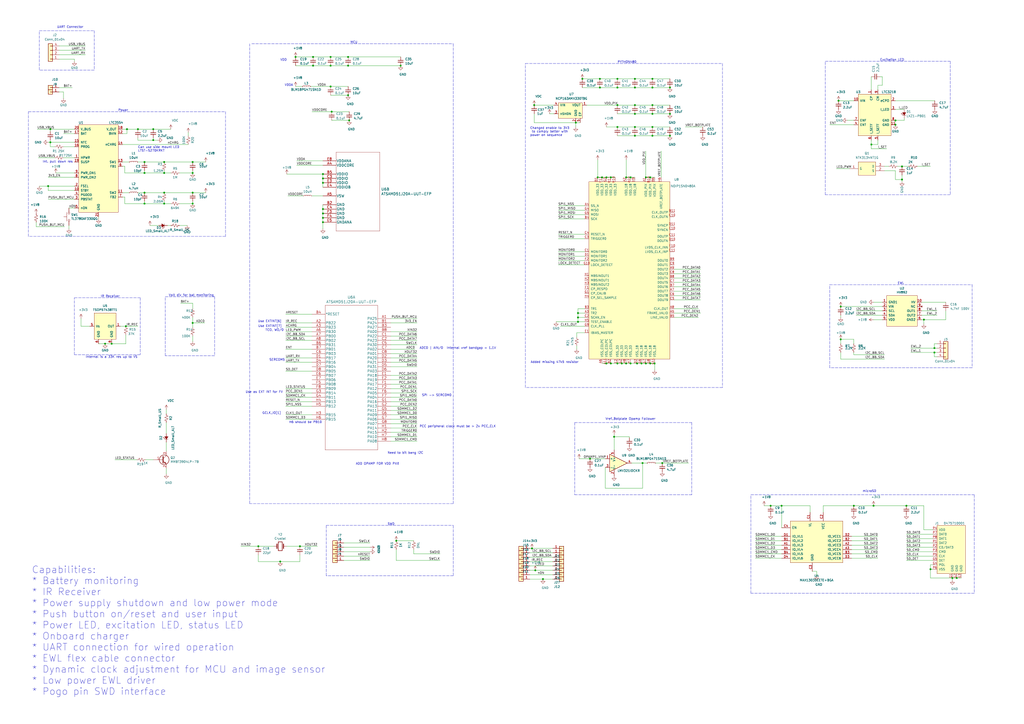
<source format=kicad_sch>
(kicad_sch (version 20211123) (generator eeschema)
  (paper "A2")
  (title_block (title "Miniscope-v4-Wire-Free") (date "2021-05-14") (company "UCLA"))
  (junction (at 378.46 73.66))
  (junction (at 523.24 104.14))
  (junction (at 356.235 253.365))
  (junction (at 111.76 93.98))
  (junction (at 201.93 55.245))
  (junction (at 379.73 210.82))
  (junction (at 360.68 210.82))
  (junction (at 191.77 38.1))
  (junction (at 552.45 335.28))
  (junction (at 191.77 33.02))
  (junction (at 378.46 78.74))
  (junction (at 358.14 73.66))
  (junction (at 358.14 45.72))
  (junction (at 368.3 66.04))
  (junction (at 27.94 107.95))
  (junction (at 187.325 121.285))
  (junction (at 314.96 335.915))
  (junction (at 187.325 100.965))
  (junction (at 173.99 316.865))
  (junction (at 374.65 102.87))
  (junction (at 554.99 335.28))
  (junction (at 192.405 64.77))
  (junction (at 335.28 181.61))
  (junction (at 187.325 123.825))
  (junction (at 187.325 106.045))
  (junction (at 232.41 38.1))
  (junction (at 378.46 66.04))
  (junction (at 29.21 74.93))
  (junction (at 519.43 69.85))
  (junction (at 83.82 100.33))
  (junction (at 368.3 50.8))
  (junction (at 486.41 58.42))
  (junction (at 368.3 73.66))
  (junction (at 542.036 201.93))
  (junction (at 187.325 128.905))
  (junction (at 368.3 78.74))
  (junction (at 487.68 177.8))
  (junction (at 80.01 74.93))
  (junction (at 539.75 330.2))
  (junction (at 378.46 60.96))
  (junction (at 64.77 199.39))
  (junction (at 29.21 82.55))
  (junction (at 310.515 330.835))
  (junction (at 111.76 118.11))
  (junction (at 83.82 118.11))
  (junction (at 453.39 293.37))
  (junction (at 83.82 111.76))
  (junction (at 506.73 293.37))
  (junction (at 88.9 74.93))
  (junction (at 369.57 210.82))
  (junction (at 374.65 210.82))
  (junction (at 73.66 74.93))
  (junction (at 162.56 325.755))
  (junction (at 201.93 33.02))
  (junction (at 73.025 189.23))
  (junction (at 377.19 210.82))
  (junction (at 495.3 293.37))
  (junction (at 95.25 100.33))
  (junction (at 309.88 60.96))
  (junction (at 191.77 50.165))
  (junction (at 111.76 111.76))
  (junction (at 377.19 102.87))
  (junction (at 368.3 45.72))
  (junction (at 363.22 102.87))
  (junction (at 358.14 60.96))
  (junction (at 542.036 204.47))
  (junction (at 171.45 33.02))
  (junction (at 363.22 210.82))
  (junction (at 378.46 45.72))
  (junction (at 388.62 50.8))
  (junction (at 83.82 93.98))
  (junction (at 378.46 50.8))
  (junction (at 351.79 210.82))
  (junction (at 334.01 71.12))
  (junction (at 388.62 66.04))
  (junction (at 347.98 50.8))
  (junction (at 181.61 33.02))
  (junction (at 95.25 118.11))
  (junction (at 351.79 102.87))
  (junction (at 372.745 268.605))
  (junction (at 535.94 185.42))
  (junction (at 388.62 78.74))
  (junction (at 308.61 318.135))
  (junction (at 365.76 102.87))
  (junction (at 368.3 60.96))
  (junction (at 505.46 83.82))
  (junction (at 346.71 102.87))
  (junction (at 95.25 111.76))
  (junction (at 337.82 45.72))
  (junction (at 347.98 45.72))
  (junction (at 349.25 102.87))
  (junction (at 519.43 72.39))
  (junction (at 335.28 184.15))
  (junction (at 202.565 69.85))
  (junction (at 111.76 100.33))
  (junction (at 523.24 96.52))
  (junction (at 335.28 186.69))
  (junction (at 358.14 50.8))
  (junction (at 354.33 210.82))
  (junction (at 372.11 210.82))
  (junction (at 358.14 210.82))
  (junction (at 342.265 266.065))
  (junction (at 229.87 313.69))
  (junction (at 60.96 199.39))
  (junction (at 111.76 187.325))
  (junction (at 187.325 103.505))
  (junction (at 95.25 93.98))
  (junction (at 447.04 293.37))
  (junction (at 181.61 38.1))
  (junction (at 365.76 210.82))
  (junction (at 487.68 196.85))
  (junction (at 384.175 268.605))
  (junction (at 525.78 293.37))
  (junction (at 187.325 126.365))
  (junction (at 149.86 316.865))
  (junction (at 88.9 81.28))
  (junction (at 201.93 38.1))
  (junction (at 354.33 102.87))
  (wire (pts (xy 471.17 331.47) (xy 473.71 331.47)))
  (wire (pts (xy 335.28 186.69) (xy 339.09 186.69)))
  (wire (pts (xy 308.61 318.135) (xy 320.675 318.135)))
  (wire (pts (xy 339.09 189.23) (xy 325.12 189.23)))
  (wire (pts (xy 180.34 50.165) (xy 191.77 50.165)))
  (polyline (pts (xy 401.32 287.02) (xy 333.375 287.02)))
  (wire (pts (xy 368.3 45.72) (xy 358.14 45.72)))
  (wire (pts (xy 71.12 83.82) (xy 109.22 83.82)))
  (wire (pts (xy 351.155 266.065) (xy 342.265 266.065)))
  (wire (pts (xy 511.81 185.42) (xy 506.73 185.42)))
  (polyline (pts (xy 563.88 165.1) (xy 563.88 213.36)))
  (wire (pts (xy 543.56 182.88) (xy 534.67 182.88)))
  (wire (pts (xy 191.77 38.1) (xy 201.93 38.1)))
  (wire (pts (xy 541.02 317.5) (xy 525.78 317.5)))
  (polyline (pts (xy 54.61 17.78) (xy 54.61 40.64)))
  (wire (pts (xy 173.99 325.755) (xy 173.99 321.945)))
  (wire (pts (xy 29.21 74.93) (xy 21.59 74.93)))
  (wire (pts (xy 165.735 189.865) (xy 180.975 189.865)))
  (polyline (pts (xy 189.23 304.8) (xy 262.89 304.8)))
  (wire (pts (xy 323.85 121.92) (xy 339.09 121.92)))
  (wire (pts (xy 511.81 44.45) (xy 510.54 44.45)))
  (wire (pts (xy 383.54 102.87) (xy 383.54 87.63)))
  (wire (pts (xy 365.76 210.82) (xy 369.57 210.82)))
  (wire (pts (xy 505.46 86.36) (xy 505.46 83.82)))
  (polyline (pts (xy 435.61 287.02) (xy 565.15 287.02)))
  (wire (pts (xy 241.935 200.025) (xy 226.695 200.025)))
  (polyline (pts (xy 22.86 17.78) (xy 54.61 17.78)))
  (wire (pts (xy 20.955 128.905) (xy 20.955 131.445)))
  (wire (pts (xy 240.03 318.77) (xy 240.03 321.31)))
  (wire (pts (xy 543.56 180.34) (xy 534.67 180.34)))
  (wire (pts (xy 49.53 26.67) (xy 34.29 26.67)))
  (wire (pts (xy 95.25 100.33) (xy 99.06 100.33)))
  (wire (pts (xy 505.46 86.36) (xy 514.35 86.36)))
  (wire (pts (xy 548.64 185.42) (xy 535.94 185.42)))
  (polyline (pts (xy 565.15 344.17) (xy 435.61 344.17)))
  (polyline (pts (xy 124.46 172.085) (xy 124.46 206.375)))
  (wire (pts (xy 523.24 104.14) (xy 523.24 105.41)))
  (wire (pts (xy 379.73 210.82) (xy 379.73 214.63)))
  (wire (pts (xy 83.82 118.11) (xy 72.39 118.11)))
  (wire (pts (xy 34.29 53.34) (xy 36.83 53.34)))
  (wire (pts (xy 511.81 180.34) (xy 496.57 180.34)))
  (wire (pts (xy 358.14 210.82) (xy 360.68 210.82)))
  (wire (pts (xy 149.86 325.755) (xy 162.56 325.755)))
  (wire (pts (xy 356.87 102.87) (xy 354.33 102.87)))
  (wire (pts (xy 513.08 96.52) (xy 515.62 96.52)))
  (polyline (pts (xy 262.89 292.1) (xy 144.78 292.1)))
  (wire (pts (xy 80.01 80.01) (xy 80.01 81.28)))
  (wire (pts (xy 111.76 93.98) (xy 119.38 93.98)))
  (wire (pts (xy 372.11 210.82) (xy 374.65 210.82)))
  (wire (pts (xy 29.21 85.09) (xy 29.21 82.55)))
  (wire (pts (xy 552.45 335.28) (xy 552.45 336.55)))
  (wire (pts (xy 336.55 71.12) (xy 334.01 71.12)))
  (wire (pts (xy 492.76 97.79) (xy 485.14 97.79)))
  (wire (pts (xy 495.3 69.85) (xy 491.49 69.85)))
  (wire (pts (xy 351.79 102.87) (xy 349.25 102.87)))
  (wire (pts (xy 539.75 327.66) (xy 539.75 330.2)))
  (wire (pts (xy 187.325 118.745) (xy 187.325 121.285)))
  (wire (pts (xy 192.405 64.77) (xy 202.565 64.77)))
  (wire (pts (xy 57.15 125.73) (xy 57.15 127)))
  (wire (pts (xy 96.52 261.62) (xy 96.52 256.54)))
  (wire (pts (xy 406.4 163.83) (xy 391.16 163.83)))
  (wire (pts (xy 509.27 323.85) (xy 494.03 323.85)))
  (polyline (pts (xy 304.8 36.83) (xy 419.1 36.83)))
  (wire (pts (xy 73.025 194.31) (xy 73.025 199.39)))
  (wire (pts (xy 378.46 50.8) (xy 388.62 50.8)))
  (wire (pts (xy 109.22 78.74) (xy 109.22 76.835)))
  (wire (pts (xy 495.3 199.39) (xy 495.3 196.85)))
  (wire (pts (xy 95.25 93.98) (xy 83.82 93.98)))
  (wire (pts (xy 165.735 182.245) (xy 180.975 182.245)))
  (wire (pts (xy 337.82 50.8) (xy 347.98 50.8)))
  (wire (pts (xy 534.67 175.26) (xy 548.64 175.26)))
  (wire (pts (xy 95.25 93.98) (xy 111.76 93.98)))
  (wire (pts (xy 542.036 207.01) (xy 543.56 207.01)))
  (wire (pts (xy 69.85 189.23) (xy 73.025 189.23)))
  (wire (pts (xy 165.735 202.565) (xy 180.975 202.565)))
  (wire (pts (xy 366.395 268.605) (xy 372.745 268.605)))
  (wire (pts (xy 351.155 283.21) (xy 351.155 271.145)))
  (wire (pts (xy 487.68 204.47) (xy 487.68 208.28)))
  (wire (pts (xy 347.98 50.8) (xy 358.14 50.8)))
  (wire (pts (xy 525.78 293.37) (xy 535.94 293.37)))
  (polyline (pts (xy 54.61 40.64) (xy 22.86 40.64)))
  (wire (pts (xy 335.28 184.15) (xy 335.28 186.69)))
  (wire (pts (xy 334.5434 193.04) (xy 334.5434 195.58)))
  (wire (pts (xy 365.125 253.365) (xy 356.235 253.365)))
  (wire (pts (xy 241.935 212.725) (xy 226.695 212.725)))
  (wire (pts (xy 187.325 121.285) (xy 187.325 123.825)))
  (wire (pts (xy 360.68 210.82) (xy 363.22 210.82)))
  (wire (pts (xy 509.27 81.28) (xy 509.27 83.82)))
  (wire (pts (xy 88.9 80.01) (xy 88.9 81.28)))
  (wire (pts (xy 241.935 255.905) (xy 226.695 255.905)))
  (wire (pts (xy 509.27 313.69) (xy 494.03 313.69)))
  (wire (pts (xy 379.73 102.87) (xy 377.19 102.87)))
  (wire (pts (xy 165.735 187.325) (xy 180.975 187.325)))
  (wire (pts (xy 334.5434 200.66) (xy 334.5434 202.5142)))
  (wire (pts (xy 477.52 297.18) (xy 477.52 293.37)))
  (wire (pts (xy 241.935 248.285) (xy 226.695 248.285)))
  (wire (pts (xy 358.14 73.66) (xy 351.79 73.66)))
  (wire (pts (xy 378.46 66.04) (xy 368.3 66.04)))
  (wire (pts (xy 539.75 335.28) (xy 552.45 335.28)))
  (wire (pts (xy 111.76 194.945) (xy 111.76 198.12)))
  (wire (pts (xy 241.935 240.665) (xy 226.695 240.665)))
  (wire (pts (xy 542.036 199.39) (xy 542.036 201.93)))
  (wire (pts (xy 79.375 266.7) (xy 66.675 266.7)))
  (wire (pts (xy 43.18 82.55) (xy 29.21 82.55)))
  (wire (pts (xy 241.935 225.425) (xy 226.695 225.425)))
  (wire (pts (xy 165.735 207.645) (xy 180.975 207.645)))
  (wire (pts (xy 34.29 50.8) (xy 41.91 50.8)))
  (wire (pts (xy 356.235 253.365) (xy 356.235 252.095)))
  (wire (pts (xy 323.85 127) (xy 339.09 127)))
  (wire (pts (xy 339.09 181.61) (xy 335.28 181.61)))
  (wire (pts (xy 320.675 325.755) (xy 307.34 325.755)))
  (polyline (pts (xy 262.89 334.01) (xy 189.23 334.01)))
  (wire (pts (xy 532.13 96.52) (xy 539.75 96.52)))
  (wire (pts (xy 307.34 320.675) (xy 320.675 320.675)))
  (wire (pts (xy 539.75 330.2) (xy 539.75 335.28)))
  (wire (pts (xy 511.81 182.88) (xy 496.57 182.88)))
  (wire (pts (xy 60.96 199.39) (xy 64.77 199.39)))
  (wire (pts (xy 335.28 179.07) (xy 335.28 181.61)))
  (wire (pts (xy 49.53 31.75) (xy 34.29 31.75)))
  (wire (pts (xy 542.036 204.47) (xy 543.56 204.47)))
  (wire (pts (xy 46.99 189.23) (xy 46.99 184.785)))
  (wire (pts (xy 495.3 196.85) (xy 487.68 196.85)))
  (wire (pts (xy 187.325 108.585) (xy 187.325 106.045)))
  (polyline (pts (xy 22.86 40.64) (xy 22.86 17.78)))
  (wire (pts (xy 369.57 210.82) (xy 372.11 210.82)))
  (wire (pts (xy 346.71 102.87) (xy 346.71 92.71)))
  (wire (pts (xy 96.52 245.11) (xy 96.52 251.46)))
  (wire (pts (xy 241.935 210.185) (xy 226.695 210.185)))
  (wire (pts (xy 340.36 60.96) (xy 358.14 60.96)))
  (wire (pts (xy 73.66 77.47) (xy 73.66 74.93)))
  (wire (pts (xy 487.68 196.85) (xy 487.68 199.39)))
  (wire (pts (xy 368.3 50.8) (xy 378.46 50.8)))
  (wire (pts (xy 378.46 78.74) (xy 368.3 78.74)))
  (wire (pts (xy 509.27 83.82) (xy 505.46 83.82)))
  (wire (pts (xy 83.82 116.84) (xy 83.82 118.11)))
  (wire (pts (xy 43.18 110.49) (xy 27.94 110.49)))
  (wire (pts (xy 505.46 81.28) (xy 505.46 83.82)))
  (wire (pts (xy 541.02 325.12) (xy 525.78 325.12)))
  (wire (pts (xy 241.935 222.885) (xy 226.695 222.885)))
  (wire (pts (xy 557.53 335.28) (xy 554.99 335.28)))
  (wire (pts (xy 29.21 76.2) (xy 29.21 74.93)))
  (wire (pts (xy 339.09 184.15) (xy 335.28 184.15)))
  (wire (pts (xy 368.3 78.74) (xy 358.14 78.74)))
  (polyline (pts (xy 435.61 344.17) (xy 435.61 287.02)))
  (wire (pts (xy 149.86 316.865) (xy 139.7 316.865)))
  (wire (pts (xy 43.18 102.87) (xy 27.94 102.87)))
  (wire (pts (xy 95.25 118.11) (xy 83.82 118.11)))
  (wire (pts (xy 487.68 208.28) (xy 513.08 208.28)))
  (wire (pts (xy 83.82 100.33) (xy 72.39 100.33)))
  (wire (pts (xy 171.45 38.1) (xy 181.61 38.1)))
  (wire (pts (xy 165.735 225.425) (xy 180.975 225.425)))
  (polyline (pts (xy 16.51 137.16) (xy 16.51 64.77)))
  (wire (pts (xy 165.735 235.585) (xy 180.975 235.585)))
  (wire (pts (xy 240.03 321.31) (xy 255.27 321.31)))
  (wire (pts (xy 187.325 123.825) (xy 187.325 126.365)))
  (wire (pts (xy 321.31 66.04) (xy 318.77 66.04)))
  (wire (pts (xy 543.56 199.39) (xy 542.036 199.39)))
  (wire (pts (xy 349.25 210.82) (xy 351.79 210.82)))
  (wire (pts (xy 372.745 268.605) (xy 372.745 283.21)))
  (wire (pts (xy 542.036 204.47) (xy 542.036 207.01)))
  (wire (pts (xy 406.4 158.75) (xy 391.16 158.75)))
  (wire (pts (xy 72.39 100.33) (xy 72.39 96.52)))
  (polyline (pts (xy 146.05 25.4) (xy 262.89 25.4)))
  (wire (pts (xy 469.9 293.37) (xy 453.39 293.37)))
  (wire (pts (xy 104.14 100.33) (xy 111.76 100.33)))
  (wire (pts (xy 104.14 118.11) (xy 111.76 118.11)))
  (wire (pts (xy 307.34 333.375) (xy 320.675 333.375)))
  (wire (pts (xy 487.68 182.88) (xy 487.68 184.15)))
  (wire (pts (xy 165.735 192.405) (xy 180.975 192.405)))
  (polyline (pts (xy 81.28 205.74) (xy 43.18 205.74)))
  (wire (pts (xy 36.83 53.34) (xy 36.83 57.15)))
  (wire (pts (xy 241.935 233.045) (xy 226.695 233.045)))
  (wire (pts (xy 43.18 107.95) (xy 27.94 107.95)))
  (wire (pts (xy 519.43 69.85) (xy 524.51 69.85)))
  (polyline (pts (xy 419.1 224.79) (xy 304.8 224.79)))
  (polyline (pts (xy 419.1 36.83) (xy 419.1 224.79)))
  (wire (pts (xy 495.3 293.37) (xy 506.73 293.37)))
  (wire (pts (xy 309.88 60.96) (xy 321.31 60.96)))
  (wire (pts (xy 453.39 313.69) (xy 438.15 313.69)))
  (wire (pts (xy 187.325 113.665) (xy 180.975 113.665)))
  (wire (pts (xy 241.935 184.785) (xy 226.695 184.785)))
  (wire (pts (xy 229.87 325.12) (xy 255.27 325.12)))
  (polyline (pts (xy 401.32 245.11) (xy 401.32 287.02)))
  (wire (pts (xy 453.39 316.23) (xy 438.15 316.23)))
  (wire (pts (xy 541.02 312.42) (xy 525.78 312.42)))
  (wire (pts (xy 71.12 77.47) (xy 73.66 77.47)))
  (wire (pts (xy 378.46 60.96) (xy 368.3 60.96)))
  (wire (pts (xy 201.93 33.02) (xy 232.41 33.02)))
  (wire (pts (xy 473.71 331.47) (xy 473.71 334.01)))
  (wire (pts (xy 406.4 156.21) (xy 391.16 156.21)))
  (wire (pts (xy 310.515 330.835) (xy 320.675 330.835)))
  (wire (pts (xy 541.02 320.04) (xy 525.78 320.04)))
  (wire (pts (xy 307.34 323.215) (xy 320.675 323.215)))
  (wire (pts (xy 323.85 138.43) (xy 339.09 138.43)))
  (polyline (pts (xy 333.375 245.11) (xy 333.375 287.02)))
  (wire (pts (xy 519.43 99.06) (xy 519.43 104.14)))
  (wire (pts (xy 349.25 102.87) (xy 346.71 102.87)))
  (wire (pts (xy 495.3 72.39) (xy 481.33 72.39)))
  (polyline (pts (xy 130.81 137.16) (xy 16.51 137.16)))
  (wire (pts (xy 509.27 49.53) (xy 511.81 49.53)))
  (wire (pts (xy 165.735 233.045) (xy 180.975 233.045)))
  (wire (pts (xy 524.51 69.85) (xy 524.51 68.58)))
  (wire (pts (xy 356.235 260.985) (xy 356.235 253.365)))
  (wire (pts (xy 80.01 93.98) (xy 83.82 93.98)))
  (wire (pts (xy 29.21 74.93) (xy 43.18 74.93)))
  (wire (pts (xy 334.01 71.12) (xy 334.01 73.66)))
  (wire (pts (xy 354.33 210.82) (xy 358.14 210.82)))
  (wire (pts (xy 229.87 318.77) (xy 229.87 325.12)))
  (wire (pts (xy 541.02 327.66) (xy 539.75 327.66)))
  (wire (pts (xy 71.12 111.76) (xy 74.93 111.76)))
  (wire (pts (xy 201.93 38.1) (xy 232.41 38.1)))
  (wire (pts (xy 72.39 114.3) (xy 71.12 114.3)))
  (wire (pts (xy 187.325 128.905) (xy 187.325 132.715)))
  (wire (pts (xy 323.85 124.46) (xy 339.09 124.46)))
  (wire (pts (xy 165.735 215.265) (xy 180.975 215.265)))
  (wire (pts (xy 241.935 205.105) (xy 226.695 205.105)))
  (wire (pts (xy 158.75 316.865) (xy 149.86 316.865)))
  (wire (pts (xy 365.125 254) (xy 365.125 253.365)))
  (wire (pts (xy 323.85 153.67) (xy 339.09 153.67)))
  (wire (pts (xy 80.01 74.93) (xy 88.9 74.93)))
  (wire (pts (xy 92.075 130.81) (xy 86.995 130.81)))
  (wire (pts (xy 513.08 99.06) (xy 519.43 99.06)))
  (wire (pts (xy 43.18 85.09) (xy 36.83 85.09)))
  (wire (pts (xy 368.3 102.87) (xy 365.76 102.87)))
  (polyline (pts (xy 565.15 287.02) (xy 565.15 344.17)))
  (polyline (pts (xy 124.46 206.375) (xy 95.885 206.375)))
  (polyline (pts (xy 43.18 205.74) (xy 43.18 172.72)))
  (wire (pts (xy 187.325 106.045) (xy 187.325 103.505)))
  (wire (pts (xy 80.01 111.76) (xy 83.82 111.76)))
  (wire (pts (xy 323.85 148.59) (xy 339.09 148.59)))
  (wire (pts (xy 191.77 33.02) (xy 181.61 33.02)))
  (wire (pts (xy 226.695 245.745) (xy 241.935 245.745)))
  (wire (pts (xy 347.98 45.72) (xy 337.82 45.72)))
  (wire (pts (xy 523.24 96.52) (xy 527.05 96.52)))
  (wire (pts (xy 453.39 323.85) (xy 438.15 323.85)))
  (wire (pts (xy 199.39 320.04) (xy 214.63 320.04)))
  (wire (pts (xy 88.9 74.93) (xy 99.06 74.93)))
  (wire (pts (xy 187.325 126.365) (xy 187.325 128.905)))
  (wire (pts (xy 453.39 321.31) (xy 438.15 321.31)))
  (wire (pts (xy 535.94 185.42) (xy 535.94 187.96)))
  (wire (pts (xy 95.25 111.76) (xy 83.82 111.76)))
  (wire (pts (xy 181.61 33.02) (xy 171.45 33.02)))
  (wire (pts (xy 368.3 60.96) (xy 358.14 60.96)))
  (wire (pts (xy 323.85 151.13) (xy 339.09 151.13)))
  (polyline (pts (xy 43.18 172.72) (xy 81.28 172.72)))
  (wire (pts (xy 509.27 52.07) (xy 509.27 49.53)))
  (wire (pts (xy 187.325 95.885) (xy 172.085 95.885)))
  (wire (pts (xy 187.325 100.965) (xy 166.37 100.965)))
  (wire (pts (xy 339.09 179.07) (xy 335.28 179.07)))
  (polyline (pts (xy 81.28 172.72) (xy 81.28 205.74)))
  (wire (pts (xy 388.62 66.04) (xy 378.46 66.04)))
  (wire (pts (xy 43.18 91.44) (xy 36.83 91.44)))
  (wire (pts (xy 388.62 78.74) (xy 378.46 78.74)))
  (wire (pts (xy 27.94 107.95) (xy 22.86 107.95)))
  (wire (pts (xy 541.02 330.2) (xy 539.75 330.2)))
  (wire (pts (xy 180.975 197.485) (xy 165.735 197.485)))
  (wire (pts (xy 34.29 34.29) (xy 43.18 34.29)))
  (wire (pts (xy 541.02 322.58) (xy 525.78 322.58)))
  (wire (pts (xy 29.21 82.55) (xy 27.94 82.55)))
  (wire (pts (xy 165.735 243.205) (xy 180.975 243.205)))
  (wire (pts (xy 495.3 205.74) (xy 513.08 205.74)))
  (wire (pts (xy 241.935 238.125) (xy 226.695 238.125)))
  (wire (pts (xy 95.25 116.84) (xy 95.25 118.11)))
  (polyline (pts (xy 144.78 292.1) (xy 144.78 25.4)))
  (wire (pts (xy 535.94 293.37) (xy 535.94 307.34)))
  (polyline (pts (xy 563.88 213.36) (xy 481.33 213.36)))
  (polyline (pts (xy 481.33 213.36) (xy 481.33 165.1)))
  (wire (pts (xy 519.43 69.85) (xy 519.43 72.39)))
  (wire (pts (xy 241.935 230.505) (xy 226.695 230.505)))
  (wire (pts (xy 20.955 131.445) (xy 37.465 131.445)))
  (wire (pts (xy 388.62 60.96) (xy 378.46 60.96)))
  (polyline (pts (xy 189.23 334.01) (xy 189.23 304.8)))
  (wire (pts (xy 111.76 179.07) (xy 111.76 175.895)))
  (wire (pts (xy 406.4 181.61) (xy 391.16 181.61)))
  (wire (pts (xy 72.39 118.11) (xy 72.39 114.3)))
  (wire (pts (xy 111.76 111.76) (xy 119.38 111.76)))
  (wire (pts (xy 505.46 52.07) (xy 505.46 44.45)))
  (wire (pts (xy 111.76 187.325) (xy 118.745 187.325)))
  (wire (pts (xy 548.64 180.34) (xy 548.64 185.42)))
  (wire (pts (xy 372.745 283.21) (xy 351.155 283.21)))
  (wire (pts (xy 406.4 166.37) (xy 391.16 166.37)))
  (wire (pts (xy 511.81 49.53) (xy 511.81 44.45)))
  (wire (pts (xy 43.18 120.65) (xy 40.005 120.65)))
  (wire (pts (xy 43.18 115.57) (xy 27.94 115.57)))
  (wire (pts (xy 342.265 266.065) (xy 335.915 266.065)))
  (wire (pts (xy 388.62 73.66) (xy 378.46 73.66)))
  (wire (pts (xy 509.27 321.31) (xy 494.03 321.31)))
  (wire (pts (xy 191.77 50.165) (xy 201.93 50.165)))
  (wire (pts (xy 241.935 187.325) (xy 226.695 187.325)))
  (polyline (pts (xy 262.89 25.4) (xy 262.89 292.1)))
  (wire (pts (xy 378.46 45.72) (xy 368.3 45.72)))
  (wire (pts (xy 165.735 227.965) (xy 180.975 227.965)))
  (wire (pts (xy 43.18 34.29) (xy 43.18 35.56)))
  (wire (pts (xy 49.53 29.21) (xy 34.29 29.21)))
  (wire (pts (xy 88.9 266.7) (xy 84.455 266.7)))
  (wire (pts (xy 374.65 210.82) (xy 377.19 210.82)))
  (polyline (pts (xy 16.51 64.77) (xy 130.81 64.77)))
  (wire (pts (xy 323.85 135.89) (xy 339.09 135.89)))
  (wire (pts (xy 95.25 111.76) (xy 111.76 111.76)))
  (wire (pts (xy 406.4 171.45) (xy 391.16 171.45)))
  (wire (pts (xy 175.895 113.665) (xy 167.005 113.665)))
  (wire (pts (xy 406.4 161.29) (xy 391.16 161.29)))
  (wire (pts (xy 335.28 186.69) (xy 322.58 186.69)))
  (wire (pts (xy 175.26 50.165) (xy 171.45 50.165)))
  (wire (pts (xy 73.025 189.23) (xy 80.01 189.23)))
  (wire (pts (xy 241.935 217.805) (xy 226.695 217.805)))
  (wire (pts (xy 535.94 307.34) (xy 541.02 307.34)))
  (wire (pts (xy 31.75 91.44) (xy 22.225 91.44)))
  (wire (pts (xy 374.65 102.87) (xy 374.65 87.63)))
  (polyline (pts (xy 478.79 35.56) (xy 551.18 35.56)))
  (wire (pts (xy 111.76 184.15) (xy 111.76 187.325)))
  (wire (pts (xy 307.34 328.295) (xy 320.675 328.295)))
  (wire (pts (xy 388.62 45.72) (xy 378.46 45.72)))
  (wire (pts (xy 241.935 235.585) (xy 226.695 235.585)))
  (wire (pts (xy 72.39 96.52) (xy 71.12 96.52)))
  (wire (pts (xy 57.15 199.39) (xy 60.96 199.39)))
  (wire (pts (xy 241.935 197.485) (xy 226.695 197.485)))
  (wire (pts (xy 523.24 96.52) (xy 520.7 96.52)))
  (wire (pts (xy 335.28 181.61) (xy 335.28 184.15)))
  (wire (pts (xy 240.665 202.565) (xy 226.695 202.565)))
  (wire (pts (xy 384.175 268.605) (xy 380.365 268.605)))
  (wire (pts (xy 477.52 293.37) (xy 495.3 293.37)))
  (wire (pts (xy 368.3 66.04) (xy 358.14 66.04)))
  (wire (pts (xy 314.96 335.915) (xy 320.675 335.915)))
  (wire (pts (xy 95.25 99.06) (xy 95.25 100.33)))
  (polyline (pts (xy 551.18 113.03) (xy 478.79 113.03)))
  (wire (pts (xy 29.21 81.28) (xy 29.21 82.55)))
  (wire (pts (xy 111.76 175.895) (xy 104.775 175.895)))
  (wire (pts (xy 509.27 316.23) (xy 494.03 316.23)))
  (wire (pts (xy 71.12 74.93) (xy 73.66 74.93)))
  (wire (pts (xy 407.67 73.66) (xy 397.51 73.66)))
  (wire (pts (xy 241.935 207.645) (xy 226.695 207.645)))
  (wire (pts (xy 377.19 210.82) (xy 379.73 210.82)))
  (wire (pts (xy 509.27 318.77) (xy 494.03 318.77)))
  (wire (pts (xy 40.005 130.81) (xy 40.005 132.715)))
  (wire (pts (xy 241.935 253.365) (xy 226.695 253.365)))
  (wire (pts (xy 180.975 64.77) (xy 192.405 64.77)))
  (wire (pts (xy 519.43 63.5) (xy 524.51 63.5)))
  (wire (pts (xy 111.76 100.33) (xy 111.76 99.06)))
  (wire (pts (xy 534.67 185.42) (xy 535.94 185.42)))
  (wire (pts (xy 180.975 194.945) (xy 165.735 194.945)))
  (wire (pts (xy 111.76 118.11) (xy 111.76 116.84)))
  (wire (pts (xy 358.14 45.72) (xy 347.98 45.72)))
  (wire (pts (xy 199.39 322.58) (xy 214.63 322.58)))
  (wire (pts (xy 241.935 227.965) (xy 226.695 227.965)))
  (wire (pts (xy 27.94 110.49) (xy 27.94 107.95)))
  (wire (pts (xy 378.46 73.66) (xy 368.3 73.66)))
  (wire (pts (xy 519.43 58.42) (xy 542.29 58.42)))
  (wire (pts (xy 405.13 179.07) (xy 391.16 179.07)))
  (polyline (pts (xy 304.8 224.79) (xy 304.8 36.83)))
  (wire (pts (xy 354.33 102.87) (xy 351.79 102.87)))
  (wire (pts (xy 96.52 240.03) (xy 96.52 237.49)))
  (wire (pts (xy 323.85 119.38) (xy 339.09 119.38)))
  (polyline (pts (xy 481.33 165.1) (xy 563.88 165.1)))
  (wire (pts (xy 542.036 201.93) (xy 543.56 201.93)))
  (polyline (pts (xy 95.885 206.375) (xy 95.885 172.085)))
  (wire (pts (xy 36.83 77.47) (xy 43.18 77.47)))
  (wire (pts (xy 495.3 204.47) (xy 495.3 205.74)))
  (wire (pts (xy 166.37 316.865) (xy 173.99 316.865)))
  (wire (pts (xy 506.73 293.37) (xy 525.78 293.37)))
  (wire (pts (xy 201.93 33.02) (xy 191.77 33.02)))
  (wire (pts (xy 453.39 318.77) (xy 438.15 318.77)))
  (wire (pts (xy 73.025 199.39) (xy 64.77 199.39)))
  (wire (pts (xy 187.325 103.505) (xy 187.325 100.965)))
  (wire (pts (xy 453.39 306.07) (xy 453.39 293.37)))
  (wire (pts (xy 95.25 100.33) (xy 83.82 100.33)))
  (wire (pts (xy 111.76 187.325) (xy 111.76 189.865)))
  (wire (pts (xy 509.27 311.15) (xy 494.03 311.15)))
  (wire (pts (xy 358.14 50.8) (xy 368.3 50.8)))
  (wire (pts (xy 95.25 118.11) (xy 99.06 118.11)))
  (wire (pts (xy 240.03 313.69) (xy 229.87 313.69)))
  (wire (pts (xy 372.745 268.605) (xy 375.285 268.605)))
  (wire (pts (xy 406.4 168.91) (xy 391.16 168.91)))
  (wire (pts (xy 162.56 325.755) (xy 173.99 325.755)))
  (polyline (pts (xy 130.81 64.77) (xy 130.81 137.16)))
  (wire (pts (xy 519.43 104.14) (xy 523.24 104.14)))
  (wire (pts (xy 52.07 189.23) (xy 46.99 189.23)))
  (wire (pts (xy 368.3 73.66) (xy 358.14 73.66)))
  (wire (pts (xy 149.86 321.945) (xy 149.86 325.755)))
  (wire (pts (xy 165.735 240.665) (xy 180.975 240.665)))
  (wire (pts (xy 241.935 192.405) (xy 226.695 192.405)))
  (wire (pts (xy 495.3 58.42) (xy 486.41 58.42)))
  (wire (pts (xy 323.85 146.05) (xy 339.09 146.05)))
  (wire (pts (xy 80.01 81.28) (xy 88.9 81.28)))
  (wire (pts (xy 528.32 201.93) (xy 542.036 201.93)))
  (wire (pts (xy 363.22 102.87) (xy 363.22 92.71)))
  (wire (pts (xy 165.735 210.185) (xy 180.975 210.185)))
  (wire (pts (xy 377.19 102.87) (xy 374.65 102.87)))
  (wire (pts (xy 241.935 220.345) (xy 226.695 220.345)))
  (polyline (pts (xy 262.89 304.8) (xy 262.89 334.01)))
  (wire (pts (xy 406.4 173.99) (xy 391.16 173.99)))
  (wire (pts (xy 351.79 210.82) (xy 354.33 210.82)))
  (wire (pts (xy 528.32 204.47) (xy 542.036 204.47)))
  (wire (pts (xy 31.75 85.09) (xy 29.21 85.09)))
  (wire (pts (xy 453.39 293.37) (xy 447.04 293.37)))
  (wire (pts (xy 241.935 243.205) (xy 226.695 243.205)))
  (wire (pts (xy 165.735 230.505) (xy 180.975 230.505)))
  (wire (pts (xy 309.88 66.04) (xy 309.88 71.12)))
  (polyline (pts (xy 478.79 113.03) (xy 478.79 35.56)))
  (wire (pts (xy 447.04 293.37) (xy 443.23 293.37)))
  (wire (pts (xy 405.13 184.15) (xy 391.16 184.15)))
  (wire (pts (xy 453.39 311.15) (xy 438.15 311.15)))
  (wire (pts (xy 73.66 74.93) (xy 80.01 74.93)))
  (wire (pts (xy 83.82 99.06) (xy 83.82 100.33)))
  (wire (pts (xy 192.405 69.85) (xy 202.565 69.85)))
  (wire (pts (xy 226.695 250.825) (xy 241.935 250.825)))
  (wire (pts (xy 307.34 330.835) (xy 310.515 330.835)))
  (wire (pts (xy 181.61 38.1) (xy 191.77 38.1)))
  (wire (pts (xy 88.9 81.28) (xy 91.44 81.28)))
  (wire (pts (xy 363.22 210.82) (xy 365.76 210.82)))
  (wire (pts (xy 199.39 314.96) (xy 214.63 314.96)))
  (wire (pts (xy 71.12 93.98) (xy 74.93 93.98)))
  (wire (pts (xy 99.06 130.81) (xy 97.155 130.81)))
  (wire (pts (xy 307.34 318.135) (xy 308.61 318.135)))
  (wire (pts (xy 511.81 177.8) (xy 487.68 177.8)))
  (polyline (pts (xy 95.885 172.085) (xy 124.46 172.085)))
  (wire (pts (xy 191.77 55.245) (xy 201.93 55.245)))
  (wire (pts (xy 523.24 101.6) (xy 523.24 104.14)))
  (wire (pts (xy 541.02 314.96) (xy 525.78 314.96)))
  (wire (pts (xy 43.18 100.33) (xy 32.385 100.33)))
  (wire (pts (xy 309.88 71.12) (xy 334.01 71.12)))
  (wire (pts (xy 339.09 193.04) (xy 334.5434 193.04)))
  (polyline (pts (xy 333.375 245.11) (xy 401.32 245.11)))
  (wire (pts (xy 104.14 130.81) (xy 108.585 130.81)))
  (wire (pts (xy 541.02 309.88) (xy 525.78 309.88)))
  (wire (pts (xy 241.935 194.945) (xy 226.695 194.945)))
  (wire (pts (xy 365.76 102.87) (xy 363.22 102.87)))
  (wire (pts (xy 96.52 271.78) (xy 96.52 274.955)))
  (wire (pts (xy 469.9 297.18) (xy 469.9 293.37)))
  (wire (pts (xy 199.39 325.12) (xy 214.63 325.12)))
  (wire (pts (xy 307.34 335.915) (xy 314.96 335.915)))
  (polyline (pts (xy 551.18 35.56) (xy 551.18 113.03)))
  (wire (pts (xy 384.175 268.605) (xy 399.415 268.605)))
  (wire (pts (xy 173.99 316.865) (xy 184.15 316.865)))
  (wire (pts (xy 554.99 335.28) (xy 552.45 335.28)))
  (wire (pts (xy 511.81 175.26) (xy 506.73 175.26)))
  (wire (pts (xy 187.325 93.345) (xy 172.085 93.345)))
  (wire (pts (xy 199.39 317.5) (xy 214.63 317.5)))
  (text "UART Connector" (at 33.02 16.51 0) (effects (font (size 1.27 1.27)) (justify left bottom)))
  (text "IR Receiver" (at 58.42 172.72 0) (effects (font (size 1.27 1.27)) (justify left bottom)))
  (text "Use EXTINT[7]" (at 149.733 189.992 0) (effects (font (size 1.27 1.27)) (justify left bottom)))
  (text "Excitation LED" (at 510.54 35.56 0) (effects (font (size 1.27 1.27)) (justify left bottom)))
  (text "EWL" (at 520.7 165.1 0) (effects (font (size 1.27 1.27)) (justify left bottom)))
  (text "Changed enable to 3V3\n to comply better with \npower on sequence" (at 307.4924 79.2226 0) (effects (font (size 1.27 1.27)) (justify left bottom)))
  (text "microSD" (at 500.38 285.75 0) (effects (font (size 1.27 1.27)) (justify left bottom)))
  (text "Int. pull down res" (at 24.765 94.615 0) (effects (font (size 1.27 1.27)) (justify left bottom)))
  (text "GCLK_IO[1]" (at 152.146 240.411 0) (effects (font (size 1.27 1.27)) (justify left bottom)))
  (text "Can use side mount LED 	\nLTST-S270KRKT" (at 80.01 88.265 0) (effects (font (size 1.27 1.27)) (justify left bottom)))
  (text "PYTHON480" (at 358.14 36.83 0) (effects (font (size 1.27 1.27)) (justify left bottom)))
  (text "Internal is a 33K res up to VS" (at 49.657 207.899 0) (effects (font (size 1.27 1.27)) (justify left bottom)))
  (text "Added missing 47k5 resistor" (at 307.7718 210.8962 0) (effects (font (size 1.27 1.27)) (justify left bottom)))
  (text "SPI -> SERCOM0" (at 244.729 230.124 0) (effects (font (size 1.27 1.27)) (justify left bottom)))
  (text "H6 should be PB10" (at 167.64 245.745 0) (effects (font (size 1.27 1.27)) (justify left bottom)))
  (text "Capabilities:\n* Battery monitoring\n* IR Receiver\n* Power supply shutdown and low power mode\n* Push button on/reset and user input\n* Power LED, excitation LED, status LED\n* Onboard charger\n* UART connection for wired operation\n* EWL flex cable connector\n* Dynamic clock adjustment for MCU and image sensor\n* Low power EWL driver\n* Pogo pin SWD interface" (at 18.415 403.606 0) (effects (font (size 3.9878 3.9878)) (justify left bottom)))
  (text "ADC0 | AIN/0" (at 243.332 202.692 0) (effects (font (size 1.27 1.27)) (justify left bottom)))
  (text "SERCOM5" (at 156.21 209.55 0) (effects (font (size 1.27 1.27)) (justify left bottom)))
  (text "Use EXTINT[6]" (at 149.606 187.198 0) (effects (font (size 1.27 1.27)) (justify left bottom)))
  (text "Need to bit bang I2C" (at 224.79 263.525 0) (effects (font (size 1.27 1.27)) (justify left bottom)))
  (text "Vref_Botplate Opamp Follower" (at 351.155 243.84 0) (effects (font (size 1.27 1.27)) (justify left bottom)))
  (text "VDD" (at 162.56 35.56 0) (effects (font (size 1.27 1.27)) (justify left bottom)))
  (text "SWD" (at 224.79 304.8 0) (effects (font (size 1.27 1.27)) (justify left bottom)))
  (text "Power" (at 68.58 64.77 0) (effects (font (size 1.27 1.27)) (justify left bottom)))
  (text "Use as EXT INT for FV" (at 142.367 228.219 0) (effects (font (size 1.27 1.27)) (justify left bottom)))
  (text "MCU" (at 203.2 25.4 0) (effects (font (size 1.27 1.27)) (justify left bottom)))
  (text "Volt div for bat monitoring" (at 97.79 172.085 0) (effects (font (size 1.27 1.27)) (justify left bottom)))
  (text "TCO, WO/0" (at 153.924 192.278 0) (effects (font (size 1.27 1.27)) (justify left bottom)))
  (text "VDDA" (at 165.1 50.165 0) (effects (font (size 1.27 1.27)) (justify left bottom)))
  (text "PCC peripheral clock must be > 2x PCC_CLK" (at 243.332 248.158 0) (effects (font (size 1.27 1.27)) (justify left bottom)))
  (text "ADD OPAMP FOR VDD PXI!" (at 206.375 269.875 0) (effects (font (size 1.27 1.27)) (justify left bottom)))
  (text "Internal vref bandgap = 1.1V" (at 259.08 202.692 0) (effects (font (size 1.27 1.27)) (justify left bottom)))
  (label "nON" (at 40.005 120.65 0))
  (label "SDMMC1_CK" (at 438.15 323.85 0))
  (label "SDMMC1_D1" (at 438.15 313.69 0))
  (label "PCC_DATA4" (at 406.4 166.37 180))
  (label "PCC_CLK" (at 241.935 248.285 180))
  (label "I_LED" (at 521.335 63.5 0))
  (label "SPI1_NSS" (at 165.735 235.585 0))
  (label "nRESET" (at 214.63 322.58 180))
  (label "SPI1_NSS" (at 323.85 119.38 0))
  (label "BAT+" (at 104.775 175.895 0))
  (label "SPI1_SCK" (at 323.85 127 0))
  (label "SWDIO" (at 241.935 212.725 180))
  (label "I_SET" (at 514.35 86.36 180))
  (label "RESET_N" (at 323.85 135.89 0))
  (label "SD_CMD" (at 509.27 321.31 180))
  (label "UART_TX" (at 165.735 210.185 0))
  (label "nCHRG" (at 165.735 189.865 0))
  (label "SWDIO" (at 255.27 321.31 180))
  (label "VREF_BOTPLATE" (at 399.415 268.605 180))
  (label "SPI1_MISO" (at 241.935 243.205 180))
  (label "UART_TX" (at 49.53 29.21 180))
  (label "SD_DAT1" (at 509.27 313.69 180))
  (label "VDDA" (at 172.085 93.345 0))
  (label "CLK1_OUT" (at 165.735 240.665 0))
  (label "PCC_CLK" (at 405.13 179.07 180))
  (label "I_LED" (at 310.515 328.295 0))
  (label "VDDA" (at 184.15 50.165 0))
  (label "SDMMC1_D1" (at 241.935 253.365 180))
  (label "SDMMC1_D0" (at 438.15 311.15 0))
  (label "LED_STATUS" (at 66.675 266.7 0))
  (label "XIN32" (at 139.7 316.865 0))
  (label "EWL_2" (at 543.56 182.88 180))
  (label "nON" (at 311.785 333.375 0))
  (label "SPI1_SCK" (at 241.935 227.965 180))
  (label "SWCLK" (at 214.63 314.96 180))
  (label "PCC_DEN1" (at 165.735 227.965 0))
  (label "VREF_BOTPLATE" (at 397.51 73.66 0))
  (label "XOUT32" (at 184.15 316.865 180))
  (label "I2C_BB_SCL" (at 308.61 320.675 0))
  (label "SWCLK" (at 241.935 200.025 180))
  (label "ADC0" (at 240.665 202.565 180))
  (label "USB_VBUS" (at 22.225 91.44 0))
  (label "PCC_DEN1" (at 406.4 181.61 180))
  (label "VDDCORE" (at 172.085 95.885 0))
  (label "PCC_DATA2" (at 241.935 217.805 180))
  (label "SD_DAT1" (at 525.78 312.42 0))
  (label "SDMMC1_D0" (at 241.935 240.665 180))
  (label "OPAMP1_VINP" (at 338.455 266.065 0))
  (label "PCC_DATA2" (at 406.4 161.29 180))
  (label "ENT" (at 481.33 72.39 0))
  (label "PCC_DATA6" (at 406.4 171.45 180))
  (label "LED_PWM" (at 165.735 192.405 0))
  (label "SD_DAT3" (at 509.27 318.77 180))
  (label "PCC_DATA7" (at 241.935 197.485 180))
  (label "MONITOR0" (at 241.935 245.745 180))
  (label "VDD_PIX" (at 350.52 60.96 0))
  (label "BAT+" (at 41.91 50.8 180))
  (label "SD_CLK" (at 509.27 323.85 180))
  (label "EWL_1" (at 528.32 204.47 0))
  (label "PCC_DATA0" (at 406.4 156.21 180))
  (label "CLK1_OUT" (at 325.12 189.23 0))
  (label "SDMMC1_CMD" (at 241.935 255.905 180))
  (label "I2C_BB_SDA" (at 308.61 323.215 0))
  (label "PCC_DATA6" (at 241.935 194.945 180))
  (label "3V3_EN" (at 241.935 187.325 180))
  (label "XIN32" (at 241.935 192.405 180))
  (label "MONITOR0" (at 323.85 146.05 0))
  (label "PCC_DATA5" (at 241.935 210.185 180))
  (label "PUSH_BUT_MCU" (at 241.935 184.785 180))
  (label "TRIGGER0" (at 241.935 250.825 180))
  (label "PUSH_BUT_MCU" (at 27.94 115.57 0))
  (label "SDMMC1_CMD" (at 438.15 321.31 0))
  (label "IR_REC" (at 165.735 187.325 0))
  (label "I2C_BB_SCL" (at 513.08 205.74 180))
  (label "I2C_BB_SCL" (at 165.735 197.485 0))
  (label "SDMMC1_D3" (at 165.735 243.205 0))
  (label "PCC_DATA5" (at 406.4 168.91 180))
  (label "VREF_BOTPLATE" (at 383.54 87.63 270))
  (label "EWL_2" (at 528.32 201.93 0))
  (label "SWDIO" (at 214.63 325.12 180))
  (label "SD_DAT0" (at 509.27 311.15 180))
  (label "PCC_DEN2" (at 405.13 184.15 180))
  (label "PCC_DATA3" (at 406.4 163.83 180))
  (label "nCHRG" (at 97.155 83.82 0))
  (label "SDMMC1_D2" (at 241.935 238.125 180))
  (label "nRESET" (at 165.735 182.245 0))
  (label "VDDCORE" (at 180.975 64.77 0))
  (label "PCC_DATA0" (at 241.935 233.045 180))
  (label "3V3_EN" (at 27.94 102.87 0))
  (label "PCC_DEN1" (at 241.935 225.425 180))
  (label "ENT" (at 165.735 202.565 0))
  (label "PCC_DATA4" (at 241.935 207.645 180))
  (label "SD_CMD" (at 525.78 320.04 0))
  (label "I2C_BB_SCL" (at 496.57 180.34 0))
  (label "XOUT32" (at 241.935 205.105 180))
  (label "SD_DAT3" (at 525.78 317.5 0))
  (label "SD_DET" (at 165.735 215.265 0))
  (label "SDMMC1_D3" (at 438.15 318.77 0))
  (label "VDD_PIX" (at 374.65 87.63 270))
  (label "I2C_BB_SDA" (at 165.735 194.945 0))
  (label "UART_RX" (at 165.735 207.645 0))
  (label "I2C_BB_SDA" (at 496.57 182.88 0))
  (label "VDDCORE" (at 167.005 113.665 0))
  (label "SDMMC1_D2" (at 438.15 316.23 0))
  (label "UART_RX" (at 49.53 31.75 180))
  (label "MONITOR1" (at 323.85 148.59 0))
  (label "USB_VBUS" (at 49.53 26.67 180))
  (label "LED_PWM" (at 485.14 97.79 0))
  (label "MONITOR2" (at 323.85 151.13 0))
  (label "PCC_DEN2" (at 241.935 235.585 180))
  (label "EWL_1" (at 543.56 180.34 180))
  (label "RESET_N" (at 165.735 233.045 0))
  (label "SDMMC1_CK" (at 165.735 230.505 0))
  (label "I2C_BB_SDA" (at 513.08 208.28 180))
  (label "SD_DAT2" (at 525.78 314.96 0))
  (label "LOCK_DETECT" (at 323.85 153.67 0))
  (label "LED_STATUS" (at 165.735 225.425 0))
  (label "PCC_DATA1" (at 241.935 222.885 180))
  (label "ADC0" (at 118.745 187.325 180))
  (label "SPI1_MISO" (at 323.85 121.92 0))
  (label "PCC_DATA1" (at 406.4 158.75 180))
  (label "SD_DAT0" (at 525.78 309.88 0))
  (label "SPI1_MOSI" (at 241.935 230.505 180))
  (label "SPI1_MOSI" (at 323.85 124.46 0))
  (label "SD_CLK" (at 525.78 322.58 0))
  (label "PCC_DATA3" (at 241.935 220.345 180))
  (label "I_SET" (at 539.75 96.52 180))
  (label "BAT+" (at 36.83 77.47 0))
  (label "IR_REC" (at 80.01 189.23 180))
  (label "SWCLK" (at 255.27 325.12 180))
  (label "TRIGGER0" (at 323.85 138.43 0))
  (label "USB_VBUS" (at 21.59 74.93 0))
  (label "PUSH_BUT_MCU" (at 37.465 131.445 180))
  (label "PCC_DATA7" (at 406.4 173.99 180))
  (label "IR_REC" (at 314.96 325.755 180))
  (label "SD_DAT2" (at 509.27 316.23 180))
  (label "SD_DET" (at 525.78 325.12 0))
  (symbol (lib_id ".Connector:0475710001") (at 552.45 318.77 0) (unit 1)
    (property "Reference" "J1" (at 542.29 303.53 0) (effects (justify left)))
    (property "Value" "0475710001" (at 547.37 303.53 0) (effects (justify left)))
    (property "Footprint" ".Connector:0475710001" (effects hide))
    (property "Datasheet" "https://www.molex.com/pdm_docs/sd/475710001_sd.pdf" (effects hide))
    (property "Description" "CONN MICRO SD CARD PUSH-PULL R/A" (effects hide))
    (property "Manufacturer_Name" "Molex" (effects hide))
    (property "Manufacturer_Part_Number" "0475710001" (effects hide))
  )
  (symbol (lib_id ".Regulator_Linear:MCP1711") (at 326.39 60.96 0) (unit 1)
    (property "Reference" "U7" (at 331.47 54.61 0))
    (property "Value" "NCP163AMX330TBG" (at 331.47 57.15 0))
    (property "Footprint" ".Package_QFN:UQFN_MCP1711" (effects hide))
    (property "Datasheet" "http://ww1.microchip.com/downloads/en/DeviceDoc/20005415D.pdf" (effects hide))
    (property "Description" "IC REG LINEAR 3.3V 250MA 4XDFN" (effects hide))
    (property "Manufacturer_Name" "onsemi" (effects hide))
    (property "Manufacturer_Part_Number" "NCP163AMX330TBG" (effects hide))
  )
  (symbol (lib_id ".Driver_LED:LTC3218") (at 506.73 62.23 0) (unit 1)
    (property "Reference" "U3" (at 497.84 53.34 0))
    (property "Value" "LTC3218" (at 515.62 53.34 0))
    (property "Footprint" ".Package_SON:SON_11_P50_300X200X80L40X25T239X64L" (effects hide))
    (property "Datasheet" "http://www.linear.com/docs/19518" (effects hide))
    (property "Description" "IC LED DRIVER RGLTR 150MA 10DFN" (effects hide))
    (property "Manufacturer_Name" "Analog Devices Inc." (effects hide))
    (property "Manufacturer_Part_Number" "LTC3218" (effects hide))
  )
  (symbol (lib_id "Miniscope-v4-Wire-Free-rescue:HV892-.Driver_ETL") (at 523.24 180.34 0) (unit 1)
    (property "Reference" "U2" (at 523.24 167.259 0))
    (property "Value" "HV892" (at 523.24 169.5704 0))
    (property "Footprint" ".Package_SON:SON11P65_400X400X80L40X30T315X255L" (effects hide))
    (property "Description" "IC LED DRIVER LENS 10WDFN" (effects hide))
    (property "Manufacturer_Name" "Microchip" (effects hide))
    (property "Manufacturer_Part_Number" "HV892K7-G" (effects hide))
  )
  (symbol (lib_id ".LED:LXZ1-PR01") (at 524.51 66.04 90) (unit 1)
    (property "Reference" "D1" (at 525.78 64.77 90) (effects (justify right)))
    (property "Value" "LXZ1-PB01" (at 525.78 67.31 90) (effects (justify right)))
    (property "Footprint" ".LED:LED_LXZ1_PR01_L" (effects hide))
    (property "Datasheet" "https://www.lumileds.com/uploads/415/DS105-pdf" (effects hide))
    (property "Description" "LED LUXEON Z BLUE 470NM SMD" (effects hide))
    (property "Manufacturer_Name" "Lumileds" (effects hide))
    (property "Manufacturer_Part_Number" "LXZ1-PB01" (effects hide))
  )
  (symbol (lib_id ".Image_Sensor:NOIP1SN0480A") (at 363.22 153.67 0) (unit 1)
    (property "Reference" "U8" (at 392.43 104.14 0))
    (property "Value" "NOIP1SN0480A" (at 396.24 107.95 0))
    (property "Footprint" ".Package_BGA:BGA88CP50_8X11_493X613X75B25" (effects hide))
    (property "Datasheet" "https://www.onsemi.com/pub/Collateral/NOIP1SN0480A-D.PDF" (effects hide))
    (property "Description" "IC CMOS IMAGE SENSOR 1/3.6\"" (effects hide))
    (property "Manufacturer_Name" "onsemi" (effects hide))
    (property "Manufacturer_Part_Number" "NOIP1SN0480A-STI1" (effects hide))
  )
  (symbol (lib_id "Connector_Generic:Conn_01x04") (at 29.21 31.75 180) (unit 1)
    (property "Reference" "J2" (at 31.75 20.32 0))
    (property "Value" "Conn_01x04" (at 31.75 22.86 0))
    (property "Footprint" ".Connector:1x4_USB" (effects hide))
    (property "Description" "DNL" (effects hide))
    (property "Manufacturer_Name" "DNL" (effects hide))
    (property "Manufacturer_Part_Number" "DNL" (effects hide))
  )
  (symbol (lib_id "Connector_Generic:Conn_01x04") (at 548.64 201.93 0) (unit 1)
    (property "Reference" "J3" (at 547.37 196.85 0) (effects (justify left)))
    (property "Value" "Conn_01x04" (at 542.29 209.55 0) (effects (justify left)))
    (property "Footprint" ".Connector:FH19C-4S-0.5SH(10)" (effects hide))
    (property "Description" "DNL" (effects hide))
    (property "Manufacturer_Name" "DNL" (effects hide))
    (property "Manufacturer_Part_Number" "DNL" (effects hide))
  )
  (symbol (lib_id "Connector_Generic:Conn_01x01") (at 194.31 325.12 180) (unit 1)
    (property "Reference" "J4" (at 196.977 321.183 0))
    (property "Value" "Conn_01x01" (effects hide))
    (property "Footprint" ".Connector:Conn_1x1_700_Circular_Pad" (effects hide))
    (property "PN" "DNL" (effects hide))
    (property "Description" "DNL" (effects hide))
    (property "Manufacturer_Name" "DNL" (effects hide))
    (property "Manufacturer_Part_Number" "DNL" (effects hide))
  )
  (symbol (lib_id "Connector_Generic:Conn_01x01") (at 194.31 320.04 180) (unit 1)
    (property "Reference" "J5" (at 196.977 316.357 0))
    (property "Value" "Conn_01x01" (effects hide))
    (property "Footprint" ".Connector:Conn_1x1_700_Circular_Pad" (effects hide))
    (property "PN" "DNL" (effects hide))
    (property "Description" "DNL" (effects hide))
    (property "Manufacturer_Name" "DNL" (effects hide))
    (property "Manufacturer_Part_Number" "DNL" (effects hide))
  )
  (symbol (lib_id "Connector_Generic:Conn_01x01") (at 194.31 317.5 180) (unit 1)
    (property "Reference" "J6" (at 196.977 312.801 0))
    (property "Value" "Conn_01x01" (effects hide))
    (property "Footprint" ".Connector:Conn_1x1_700_Circular_Pad" (effects hide))
    (property "PN" "DNL" (effects hide))
    (property "Description" "DNL" (effects hide))
    (property "Manufacturer_Name" "DNL" (effects hide))
    (property "Manufacturer_Part_Number" "DNL" (effects hide))
  )
  (symbol (lib_id "Connector_Generic:Conn_01x01") (at 194.31 314.96 180) (unit 1)
    (property "Reference" "J7" (at 196.977 310.515 0))
    (property "Value" "Conn_01x01" (effects hide))
    (property "Footprint" ".Connector:Conn_1x1_700_Circular_Pad" (effects hide))
    (property "PN" "DNL" (effects hide))
    (property "Description" "DNL" (effects hide))
    (property "Manufacturer_Name" "DNL" (effects hide))
    (property "Manufacturer_Part_Number" "DNL" (effects hide))
  )
  (symbol (lib_id "power:GND") (at 379.73 214.63 0) (unit 1)
    (property "Reference" "#PWR0102" (effects hide))
    (property "Value" "GND" (at 381 219.71 0))
  )
  (symbol (lib_id "Miniscope-v4-Wire-Free-rescue:ATSAMD51J20A-UUT-EFP-.SAMD51") (at 180.975 182.245 0) (unit 1)
    (property "Reference" "U6" (at 203.835 172.4152 0) (effects (font (size 1.524 1.524))))
    (property "Value" "ATSAMD51J20A-UUT-EFP" (at 203.835 175.1076 0) (effects (font (size 1.524 1.524))))
    (property "Footprint" ".Package_BGA:ATSAMD51J20A-UUT-EFP" (effects hide))
    (property "Description" "MCU 120MHZ 1024KB FLASH 64" (effects hide))
    (property "Manufacturer_Name" "Microchip" (effects hide))
    (property "Manufacturer_Part_Number" "ATSAMD51J20A-UUT-EFP" (effects hide))
  )
  (symbol (lib_id "Miniscope-v4-Wire-Free-rescue:ATSAMD51J20A-UUT-EFP-.SAMD51") (at 187.325 93.345 0) (unit 2)
    (property "Reference" "U6" (at 221.0562 109.7788 0) (effects (font (size 1.524 1.524)) (justify left)))
    (property "Value" "ATSAMD51J20A-UUT-EFP" (at 221.0562 112.4712 0) (effects (font (size 1.524 1.524)) (justify left)))
    (property "Footprint" ".Package_BGA:ATSAMD51J20A-UUT-EFP" (effects hide))
    (property "Description" "MCU 120MHZ 1024KB FLASH 64" (effects hide))
    (property "Manufacturer_Name" "Microchip" (effects hide))
    (property "Manufacturer_Part_Number" "ATSAMD51J20A-UUT-EFP" (effects hide))
  )
  (symbol (lib_id "power:GND") (at 473.71 334.01 0) (unit 1)
    (property "Reference" "#PWR0103" (effects hide))
    (property "Value" "GND" (at 474.98 339.09 0))
  )
  (symbol (lib_id "power:GND") (at 552.45 336.55 0) (unit 1)
    (property "Reference" "#PWR0104" (effects hide))
    (property "Value" "GND" (at 553.72 341.63 0))
  )
  (symbol (lib_id "power:GND") (at 27.94 82.55 270) (unit 1)
    (property "Reference" "#PWR0105" (effects hide))
    (property "Value" "GND" (at 24.13 82.55 90) (effects (justify right)))
  )
  (symbol (lib_id "power:GND") (at 214.63 320.04 90) (unit 1)
    (property "Reference" "#PWR0106" (effects hide))
    (property "Value" "GND" (at 219.71 318.77 0))
  )
  (symbol (lib_id "power:+1V8") (at 214.63 317.5 270) (unit 1)
    (property "Reference" "#PWR0107" (effects hide))
    (property "Value" "+1V8" (at 219.71 318.77 0))
  )
  (symbol (lib_id "power:GND") (at 334.01 73.66 0) (unit 1)
    (property "Reference" "#PWR0108" (effects hide))
    (property "Value" "GND" (at 335.28 78.74 0))
  )
  (symbol (lib_id "power:GND") (at 535.94 187.96 0) (unit 1)
    (property "Reference" "#PWR0109" (effects hide))
    (property "Value" "GND" (at 537.21 193.04 0))
  )
  (symbol (lib_id "power:GND") (at 60.96 199.39 0) (unit 1)
    (property "Reference" "#PWR0142" (effects hide))
    (property "Value" "GND" (at 60.96 203.2 0))
  )
  (symbol (lib_id "Miniscope-v4-Wire-Free-rescue:LTC3554-.Regulator_Switching") (at 57.15 95.25 0) (unit 1)
    (property "Reference" "U1" (at 46.99 71.12 0))
    (property "Value" "LTC3554" (at 67.31 71.12 0))
    (property "Footprint" "Package_DFN_QFN:QFN-20-1EP_3x3mm_P0.4mm_EP1.65x1.65mm" (effects hide))
    (property "Datasheet" "https://www.analog.com/media/en/technical-documentation/data-sheets/355412ff.pdf" (effects hide))
    (property "Manufacturer_Part_Number" "LTC3554EUD#PBF" (effects hide))
    (property "Description" "IC USB POWER MANAGER 20UTQFN" (effects hide))
    (property "Manufacturer_Name" "Analog Devices Inc." (effects hide))
  )
  (symbol (lib_id "Device:Crystal") (at 162.56 316.865 0) (unit 1)
    (property "Reference" "Y2" (at 162.56 310.0578 0))
    (property "Value" "Crystal" (at 162.56 312.3692 0))
    (property "Footprint" "Crystal:Crystal_SMD_MicroCrystal_CC8V-T1A-2Pin_2.0x1.2mm" (effects hide))
  )
  (symbol (lib_id ".Device:R_Small_US") (at 34.29 85.09 270) (unit 1)
    (property "Reference" "R1" (at 31.75 87.63 90))
    (property "Value" "25K" (at 35.56 87.63 90))
    (property "Footprint" ".Resistor:R_0201_0603Metric_ERJ_L" (effects hide))
    (property "Description" "RES SMD 24.9K OHM 1% 1/20W 0201" (effects hide))
    (property "Manufacturer_Name" "Vishay Dale" (effects hide))
    (property "Manufacturer_Part_Number" "CRCW020124K9FNED" (effects hide))
  )
  (symbol (lib_id ".Device:L_Small") (at 77.47 93.98 90) (unit 1)
    (property "Reference" "L1" (at 77.47 88.9 90))
    (property "Value" "10uH" (at 77.47 91.44 90))
    (property "Footprint" ".Capacitor:C_0805_2012Metric_L" (effects hide))
    (property "PN" "MLZ1608N100LT00" (effects hide))
    (property "Description" "FIXED IND 10UH 300MA 600MOHM SMD" (effects hide))
    (property "Manufacturer_Name" "TDK" (effects hide))
    (property "Manufacturer_Part_Number" "MLZ1608N100LT000" (effects hide))
  )
  (symbol (lib_id ".Device:L_Small") (at 77.47 111.76 90) (unit 1)
    (property "Reference" "L2" (at 77.47 106.68 90))
    (property "Value" "4.7uH" (at 77.47 109.22 90))
    (property "Footprint" ".Capacitor:C_0805_2012Metric_L" (effects hide))
    (property "PN" "ASMCI-0805-4R7M-T" (effects hide))
    (property "Description" "FIXED IND 4.7UH 180MA 300MOHM SM" (effects hide))
    (property "Manufacturer_Name" "Abracon" (effects hide))
    (property "Manufacturer_Part_Number" "ASMCI-0805-4R7M-T" (effects hide))
  )
  (symbol (lib_id ".Device:C_Small") (at 83.82 96.52 0) (unit 1)
    (property "Reference" "C3" (at 78.74 96.52 0) (effects (justify left)))
    (property "Value" "10pF" (at 77.47 99.06 0) (effects (justify left)))
    (property "Footprint" ".Capacitor:C_0201_0603Metric_L" (effects hide))
    (property "Description" "CAP CER 10PF 50V C0G/NP0 0201" (effects hide))
    (property "Manufacturer_Name" "Murata" (effects hide))
    (property "Manufacturer_Part_Number" "GRM0335C1H100FA01J" (effects hide))
  )
  (symbol (lib_id ".Device:C_Small") (at 83.82 114.3 0) (unit 1)
    (property "Reference" "C4" (at 80.01 113.03 0) (effects (justify left)))
    (property "Value" "10pF" (at 77.47 115.57 0) (effects (justify left)))
    (property "Footprint" ".Capacitor:C_0201_0603Metric_L" (effects hide))
    (property "Description" "CAP CER 10PF 50V C0G/NP0 0201" (effects hide))
    (property "Manufacturer_Name" "Murata" (effects hide))
    (property "Manufacturer_Part_Number" "GRM0335C1H100FA01J" (effects hide))
  )
  (symbol (lib_id ".Device:R_Small_US") (at 95.25 96.52 0) (unit 1)
    (property "Reference" "R3" (at 91.44 95.25 0) (effects (justify left)))
    (property "Value" "1.25M" (at 88.9 99.06 0) (effects (justify left)))
    (property "Footprint" ".Resistor:R_0201_0603Metric_ERJ_L" (effects hide))
    (property "Description" "RES 1.27M OHM 1% 1/20W 0201" (effects hide))
    (property "Manufacturer_Name" "Vishay Dale" (effects hide))
    (property "Manufacturer_Part_Number" "CRCW02011M27FNED" (effects hide))
  )
  (symbol (lib_id ".Device:R_Small_US") (at 95.25 114.3 0) (unit 1)
    (property "Reference" "R4" (at 91.44 114.3 0) (effects (justify left)))
    (property "Value" "2.05M" (at 88.9 116.84 0) (effects (justify left)))
    (property "Footprint" ".Resistor:R_0201_0603Metric_ERJ_L" (effects hide))
    (property "Description" "RES 2.05M OHM 1% 1/20W 0201" (effects hide))
    (property "Manufacturer_Name" "Vishay Dale" (effects hide))
    (property "Manufacturer_Part_Number" "CRCW02012M05FNED" (effects hide))
  )
  (symbol (lib_id ".Device:R_Small_US") (at 101.6 118.11 270) (unit 1)
    (property "Reference" "R6" (at 101.6 115.57 90))
    (property "Value" "649K" (at 101.6 120.65 90))
    (property "Footprint" ".Resistor:R_0201_0603Metric_ERJ_L" (effects hide))
    (property "Description" "RES SMD 649K OHM 1% 1/20W 0201" (effects hide))
    (property "Manufacturer_Name" "Vishay Dale" (effects hide))
    (property "Manufacturer_Part_Number" "CRCW0201649KFNED" (effects hide))
  )
  (symbol (lib_id ".Device:R_Small_US") (at 101.6 100.33 270) (unit 1)
    (property "Reference" "R5" (at 101.6 97.79 90))
    (property "Value" "1M" (at 101.6 102.87 90))
    (property "Footprint" ".Resistor:R_0201_0603Metric_ERJ_L" (effects hide))
    (property "Description" "RES SMD 1M OHM 1% 1/20W 0201" (effects hide))
    (property "Manufacturer_Name" "Vishay Dale" (effects hide))
    (property "Manufacturer_Part_Number" "CRCW02011M00FNED" (effects hide))
  )
  (symbol (lib_id ".Device:C_Small") (at 111.76 96.52 0) (unit 1)
    (property "Reference" "C6" (at 115.57 95.25 0) (effects (justify left)))
    (property "Value" "10uF" (at 115.57 96.52 0) (effects (justify left)))
    (property "Footprint" ".Capacitor:C_0402_1005Metric_L" (effects hide))
    (property "Description" "CAP CER 10UF 6.3V X5R 0402" (effects hide))
    (property "Manufacturer_Name" "Murata" (effects hide))
    (property "Manufacturer_Part_Number" "GRM155R60J106ME15D" (effects hide))
  )
  (symbol (lib_id ".Device:C_Small") (at 111.76 114.3 0) (unit 1)
    (property "Reference" "C7" (at 115.57 113.03 0) (effects (justify left)))
    (property "Value" "10uF" (at 115.57 114.3 0) (effects (justify left)))
    (property "Footprint" ".Capacitor:C_0402_1005Metric_L" (effects hide))
    (property "Description" "CAP CER 10UF 6.3V X5R 0402" (effects hide))
    (property "Manufacturer_Name" "Murata" (effects hide))
    (property "Manufacturer_Part_Number" "GRM155R60J106ME15D" (effects hide))
  )
  (symbol (lib_id ".Device:C_Small") (at 80.01 77.47 0) (unit 1)
    (property "Reference" "C2" (at 82.55 76.2 0) (effects (justify left)))
    (property "Value" "10uF" (at 81.28 78.74 0) (effects (justify left)))
    (property "Footprint" ".Capacitor:C_0402_1005Metric_L" (effects hide))
    (property "Description" "CAP CER 10UF 6.3V X5R 0402" (effects hide))
    (property "Manufacturer_Name" "Murata" (effects hide))
    (property "Manufacturer_Part_Number" "GRM155R60J106ME15D" (effects hide))
  )
  (symbol (lib_id ".Device:C_Small") (at 88.9 77.47 0) (unit 1)
    (property "Reference" "C5" (at 91.44 76.2 0) (effects (justify left)))
    (property "Value" "2.2uF" (at 91.44 78.74 0) (effects (justify left)))
    (property "Footprint" ".Capacitor:C_0201_0603Metric_L" (effects hide))
    (property "Description" "CAP CER 2.2UF 10V X5R 0201" (effects hide))
    (property "Manufacturer_Name" "Murata" (effects hide))
    (property "Manufacturer_Part_Number" "GRM033R61A225KE47D" (effects hide))
  )
  (symbol (lib_id ".Device:C_Small") (at 29.21 78.74 0) (unit 1)
    (property "Reference" "C1" (at 31.75 77.47 0) (effects (justify left)))
    (property "Value" "10uF" (at 31.75 80.01 0) (effects (justify left)))
    (property "Footprint" ".Capacitor:C_0402_1005Metric_L" (effects hide))
    (property "Description" "CAP CER 10UF 6.3V X5R 0402" (effects hide))
    (property "Manufacturer_Name" "Murata" (effects hide))
    (property "Manufacturer_Part_Number" "GRM155R60J106ME15D" (effects hide))
  )
  (symbol (lib_id ".Device:R_Small_US") (at 96.52 242.57 180) (unit 1)
    (property "Reference" "R2" (at 99.06 242.57 90))
    (property "Value" "R_Small_US" (at 92.71 242.57 90))
    (property "Footprint" ".Resistor:R_0201_0603Metric_ERJ_L" (effects hide))
  )
  (symbol (lib_id ".Device:LED_Small_ALT") (at 96.52 254 90) (unit 1)
    (property "Reference" "D2" (at 93.345 254 0))
    (property "Value" "LED_Small_ALT" (at 100.33 254 0))
    (property "Footprint" ".LED:LED_SC80X160X65L40L" (effects hide))
  )
  (symbol (lib_id ".Device:C_Small") (at 548.64 177.8 0) (unit 1)
    (property "Reference" "C16" (at 551.18 176.53 0) (effects (justify left)))
    (property "Value" "4.7nF 100V" (at 551.18 179.07 0) (effects (justify left)))
    (property "Footprint" ".Capacitor:C_0603_1608Metric_L" (effects hide))
    (property "Description" "CAP CER 4700PF 100V X7R 0603" (effects hide))
    (property "Manufacturer_Name" "Murata" (effects hide))
    (property "Manufacturer_Part_Number" "GCM188R72A472KA37D" (effects hide))
  )
  (symbol (lib_id "power:+1V8") (at 506.73 185.42 90) (unit 1)
    (property "Reference" "#PWR0110" (effects hide))
    (property "Value" "+1V8" (at 502.92 185.42 90) (effects (justify left)))
  )
  (symbol (lib_id ".Device:R_Small_US") (at 495.3 201.93 0) (unit 1)
    (property "Reference" "R8" (at 497.84 200.66 0) (effects (justify left)))
    (property "Value" "2.2K" (at 497.84 201.93 0) (effects (justify left)))
    (property "Footprint" ".Resistor:R_0201_0603Metric_ERJ_L" (effects hide))
    (property "Description" "RES SMD 2.2K OHM 1% 1/20W 0201" (effects hide))
    (property "Manufacturer_Name" "Panasonic" (effects hide))
    (property "Manufacturer_Part_Number" "ERJ-1GNF2201C" (effects hide))
  )
  (symbol (lib_id ".Device:R_Small_US") (at 487.68 201.93 0) (unit 1)
    (property "Reference" "R7" (at 490.22 200.66 0) (effects (justify left)))
    (property "Value" "2.2K" (at 490.22 201.93 0) (effects (justify left)))
    (property "Footprint" ".Resistor:R_0201_0603Metric_ERJ_L" (effects hide))
    (property "Description" "RES SMD 2.2K OHM 1% 1/20W 0201" (effects hide))
    (property "Manufacturer_Name" "Panasonic" (effects hide))
    (property "Manufacturer_Part_Number" "ERJ-1GNF2201C" (effects hide))
  )
  (symbol (lib_id "power:+1V8") (at 487.68 196.85 0) (unit 1)
    (property "Reference" "#PWR0111" (effects hide))
    (property "Value" "+1V8" (at 487.68 193.04 0))
  )
  (symbol (lib_id "power:GND") (at 91.44 81.28 90) (unit 1)
    (property "Reference" "#PWR0112" (effects hide))
    (property "Value" "GND" (at 96.52 80.01 90) (effects (justify right)))
  )
  (symbol (lib_id "power:GND") (at 111.76 100.33 0) (unit 1)
    (property "Reference" "#PWR0113" (effects hide))
    (property "Value" "GND" (at 111.76 104.14 0))
  )
  (symbol (lib_id "power:GND") (at 111.76 118.11 0) (unit 1)
    (property "Reference" "#PWR0114" (effects hide))
    (property "Value" "GND" (at 111.76 121.92 0))
  )
  (symbol (lib_id "Connector_Generic:Conn_01x01") (at 302.26 318.135 180) (unit 1)
    (property "Reference" "J14" (at 304.927 313.69 0))
    (property "Value" "Conn_01x01" (effects hide))
    (property "Footprint" ".Connector:Conn_1x1_700_Circular_Pad" (effects hide))
    (property "PN" "DNL" (effects hide))
    (property "Description" "DNL" (effects hide))
    (property "Manufacturer_Name" "DNL" (effects hide))
    (property "Manufacturer_Part_Number" "DNL" (effects hide))
  )
  (symbol (lib_id "Connector_Generic:Conn_01x01") (at 302.26 320.675 180) (unit 1)
    (property "Reference" "J15" (at 304.927 316.23 0))
    (property "Value" "Conn_01x01" (effects hide))
    (property "Footprint" ".Connector:Conn_1x1_700_Circular_Pad" (effects hide))
    (property "PN" "DNL" (effects hide))
    (property "Description" "DNL" (effects hide))
    (property "Manufacturer_Name" "DNL" (effects hide))
    (property "Manufacturer_Part_Number" "DNL" (effects hide))
  )
  (symbol (lib_id "Connector_Generic:Conn_01x01") (at 302.26 323.215 180) (unit 1)
    (property "Reference" "J16" (at 304.927 318.77 0))
    (property "Value" "Conn_01x01" (effects hide))
    (property "Footprint" ".Connector:Conn_1x1_700_Circular_Pad" (effects hide))
    (property "PN" "DNL" (effects hide))
    (property "Description" "DNL" (effects hide))
    (property "Manufacturer_Name" "DNL" (effects hide))
    (property "Manufacturer_Part_Number" "DNL" (effects hide))
  )
  (symbol (lib_id "Connector_Generic:Conn_01x01") (at 302.26 325.755 180) (unit 1)
    (property "Reference" "J17" (at 304.927 321.31 0))
    (property "Value" "Conn_01x01" (effects hide))
    (property "Footprint" ".Connector:Conn_1x1_700_Circular_Pad" (effects hide))
    (property "PN" "DNL" (effects hide))
    (property "Description" "DNL" (effects hide))
    (property "Manufacturer_Name" "DNL" (effects hide))
    (property "Manufacturer_Part_Number" "DNL" (effects hide))
  )
  (symbol (lib_id "Connector_Generic:Conn_01x01") (at 302.26 328.295 180) (unit 1)
    (property "Reference" "J18" (at 304.927 323.85 0))
    (property "Value" "Conn_01x01" (effects hide))
    (property "Footprint" ".Connector:Conn_1x1_700_Circular_Pad" (effects hide))
    (property "PN" "DNL" (effects hide))
    (property "Description" "DNL" (effects hide))
    (property "Manufacturer_Name" "DNL" (effects hide))
    (property "Manufacturer_Part_Number" "DNL" (effects hide))
  )
  (symbol (lib_id "Connector_Generic:Conn_01x01") (at 302.26 330.835 180) (unit 1)
    (property "Reference" "J19" (at 304.927 326.39 0))
    (property "Value" "Conn_01x01" (effects hide))
    (property "Footprint" ".Connector:Conn_1x1_700_Circular_Pad" (effects hide))
    (property "PN" "DNL" (effects hide))
    (property "Description" "DNL" (effects hide))
    (property "Manufacturer_Name" "DNL" (effects hide))
    (property "Manufacturer_Part_Number" "DNL" (effects hide))
  )
  (symbol (lib_id "Connector_Generic:Conn_01x01") (at 302.26 333.375 180) (unit 1)
    (property "Reference" "J20" (at 304.927 328.93 0))
    (property "Value" "Conn_01x01" (effects hide))
    (property "Footprint" ".Connector:Conn_1x1_700_Circular_Pad" (effects hide))
    (property "PN" "DNL" (effects hide))
    (property "Description" "DNL" (effects hide))
    (property "Manufacturer_Name" "DNL" (effects hide))
    (property "Manufacturer_Part_Number" "DNL" (effects hide))
  )
  (symbol (lib_id "power:GND") (at 57.15 127 0) (unit 1)
    (property "Reference" "#PWR0115" (effects hide))
    (property "Value" "GND" (at 57.15 130.81 0))
  )
  (symbol (lib_id "power:+1V8") (at 119.38 93.98 0) (unit 1)
    (property "Reference" "#PWR0116" (effects hide))
    (property "Value" "+1V8" (at 121.92 88.9 0))
  )
  (symbol (lib_id "power:+3.3V") (at 119.38 111.76 0) (unit 1)
    (property "Reference" "#PWR0117" (effects hide))
    (property "Value" "+3.3V" (at 121.92 106.68 0))
  )
  (symbol (lib_id "power:VDC") (at 99.06 74.93 0) (unit 1)
    (property "Reference" "#PWR0118" (effects hide))
    (property "Value" "VDC" (at 101.6 69.85 0))
  )
  (symbol (lib_id "power:VDC") (at 309.88 60.96 0) (unit 1)
    (property "Reference" "#PWR0119" (effects hide))
    (property "Value" "VDC" (at 312.42 55.88 0))
  )
  (symbol (lib_id "power:GND") (at 506.73 175.26 270) (unit 1)
    (property "Reference" "#PWR0121" (effects hide))
    (property "Value" "GND" (at 502.92 175.26 90) (effects (justify right)))
  )
  (symbol (lib_id "Connector_Generic:Conn_01x01") (at 325.755 333.375 0) (unit 1)
    (property "Reference" "J27" (at 323.088 337.82 0))
    (property "Value" "Conn_01x01" (effects hide))
    (property "Footprint" ".Connector:Conn_1x1_700_Circular_Pad" (effects hide))
    (property "PN" "DNL" (effects hide))
    (property "Description" "DNL" (effects hide))
    (property "Manufacturer_Name" "DNL" (effects hide))
    (property "Manufacturer_Part_Number" "DNL" (effects hide))
  )
  (symbol (lib_id "Connector_Generic:Conn_01x01") (at 325.755 330.835 0) (unit 1)
    (property "Reference" "J26" (at 323.088 335.28 0))
    (property "Value" "Conn_01x01" (effects hide))
    (property "Footprint" ".Connector:Conn_1x1_700_Circular_Pad" (effects hide))
    (property "PN" "DNL" (effects hide))
    (property "Description" "DNL" (effects hide))
    (property "Manufacturer_Name" "DNL" (effects hide))
    (property "Manufacturer_Part_Number" "DNL" (effects hide))
  )
  (symbol (lib_id "Connector_Generic:Conn_01x01") (at 325.755 328.295 0) (unit 1)
    (property "Reference" "J25" (at 323.088 332.74 0))
    (property "Value" "Conn_01x01" (effects hide))
    (property "Footprint" ".Connector:Conn_1x1_700_Circular_Pad" (effects hide))
    (property "PN" "DNL" (effects hide))
    (property "Description" "DNL" (effects hide))
    (property "Manufacturer_Name" "DNL" (effects hide))
    (property "Manufacturer_Part_Number" "DNL" (effects hide))
  )
  (symbol (lib_id "Connector_Generic:Conn_01x01") (at 325.755 325.755 0) (unit 1)
    (property "Reference" "J24" (at 323.088 330.2 0))
    (property "Value" "Conn_01x01" (effects hide))
    (property "Footprint" ".Connector:Conn_1x1_700_Circular_Pad" (effects hide))
    (property "PN" "DNL" (effects hide))
    (property "Description" "DNL" (effects hide))
    (property "Manufacturer_Name" "DNL" (effects hide))
    (property "Manufacturer_Part_Number" "DNL" (effects hide))
  )
  (symbol (lib_id "Connector_Generic:Conn_01x01") (at 325.755 323.215 0) (unit 1)
    (property "Reference" "J23" (at 323.088 327.66 0))
    (property "Value" "Conn_01x01" (effects hide))
    (property "Footprint" ".Connector:Conn_1x1_700_Circular_Pad" (effects hide))
    (property "PN" "DNL" (effects hide))
    (property "Description" "DNL" (effects hide))
    (property "Manufacturer_Name" "DNL" (effects hide))
    (property "Manufacturer_Part_Number" "DNL" (effects hide))
  )
  (symbol (lib_id "Connector_Generic:Conn_01x01") (at 325.755 320.675 0) (unit 1)
    (property "Reference" "J22" (at 323.088 325.12 0))
    (property "Value" "Conn_01x01" (effects hide))
    (property "Footprint" ".Connector:Conn_1x1_700_Circular_Pad" (effects hide))
    (property "PN" "DNL" (effects hide))
    (property "Description" "DNL" (effects hide))
    (property "Manufacturer_Name" "DNL" (effects hide))
    (property "Manufacturer_Part_Number" "DNL" (effects hide))
  )
  (symbol (lib_id "Connector_Generic:Conn_01x01") (at 325.755 318.135 0) (unit 1)
    (property "Reference" "J21" (at 323.088 322.58 0))
    (property "Value" "Conn_01x01" (effects hide))
    (property "Footprint" ".Connector:Conn_1x1_700_Circular_Pad" (effects hide))
    (property "PN" "DNL" (effects hide))
    (property "Description" "DNL" (effects hide))
    (property "Manufacturer_Name" "DNL" (effects hide))
    (property "Manufacturer_Part_Number" "DNL" (effects hide))
  )
  (symbol (lib_id ".Device:C_Small") (at 487.68 180.34 0) (unit 1)
    (property "Reference" "C12" (at 490.22 179.07 0) (effects (justify left)))
    (property "Value" "2.2uF" (at 490.22 181.61 0) (effects (justify left)))
    (property "Footprint" ".Capacitor:C_0201_0603Metric_L" (effects hide))
    (property "Description" "CAP CER 2.2UF 10V X5R 0201" (effects hide))
    (property "Manufacturer_Name" "Murata" (effects hide))
    (property "Manufacturer_Part_Number" "GRM033R61A225KE47D" (effects hide))
  )
  (symbol (lib_id "power:GND") (at 487.68 184.15 0) (unit 1)
    (property "Reference" "#PWR0122" (effects hide))
    (property "Value" "GND" (at 487.68 187.96 0))
  )
  (symbol (lib_id ".Device:C_Small") (at 495.3 295.91 0) (unit 1)
    (property "Reference" "C10" (at 497.84 294.64 0) (effects (justify left)))
    (property "Value" "0.1uF" (at 497.84 297.18 0) (effects (justify left)))
    (property "Footprint" ".Capacitor:C_0201_0603Metric_L" (effects hide))
    (property "Description" "CAP CER 0.1UF 25V X5R 0201" (effects hide))
    (property "Manufacturer_Name" "Murata" (effects hide))
    (property "Manufacturer_Part_Number" "GRM033R61E104KE14J" (effects hide))
  )
  (symbol (lib_id ".Device:C_Small") (at 447.04 295.91 0) (unit 1)
    (property "Reference" "C9" (at 449.58 294.64 0) (effects (justify left)))
    (property "Value" "0.1uF" (at 449.58 297.18 0) (effects (justify left)))
    (property "Footprint" ".Capacitor:C_0201_0603Metric_L" (effects hide))
    (property "Description" "CAP CER 0.1UF 25V X5R 0201" (effects hide))
    (property "Manufacturer_Name" "Murata" (effects hide))
    (property "Manufacturer_Part_Number" "GRM033R61E104KE14J" (effects hide))
  )
  (symbol (lib_id "power:+3.3V") (at 506.73 293.37 0) (unit 1)
    (property "Reference" "#PWR0123" (effects hide))
    (property "Value" "+3.3V" (at 508 288.29 0))
  )
  (symbol (lib_id "power:+1V8") (at 443.23 293.37 0) (unit 1)
    (property "Reference" "#PWR0124" (effects hide))
    (property "Value" "+1V8" (at 444.5 288.29 0))
  )
  (symbol (lib_id "power:GND") (at 447.04 298.45 0) (unit 1)
    (property "Reference" "#PWR0125" (effects hide))
    (property "Value" "GND" (at 448.31 303.53 0))
  )
  (symbol (lib_id "power:GND") (at 495.3 298.45 0) (unit 1)
    (property "Reference" "#PWR0126" (effects hide))
    (property "Value" "GND" (at 496.57 303.53 0))
  )
  (symbol (lib_id ".Device:C_Small") (at 525.78 295.91 0) (unit 1)
    (property "Reference" "C11" (at 528.32 294.64 0) (effects (justify left)))
    (property "Value" "2.2uF" (at 528.32 297.18 0) (effects (justify left)))
    (property "Footprint" ".Capacitor:C_0201_0603Metric_L" (effects hide))
    (property "Description" "CAP CER 2.2UF 10V X5R 0201" (effects hide))
    (property "Manufacturer_Name" "Murata" (effects hide))
    (property "Manufacturer_Part_Number" "GRM033R61A225KE47D" (effects hide))
  )
  (symbol (lib_id "power:GND") (at 525.78 298.45 0) (unit 1)
    (property "Reference" "#PWR0131" (effects hide))
    (property "Value" "GND" (at 527.05 303.53 0))
  )
  (symbol (lib_id ".Device:R_Small_US") (at 529.59 96.52 270) (unit 1)
    (property "Reference" "R10" (at 532.13 91.44 90) (effects (justify right)))
    (property "Value" "2K" (at 529.59 93.98 90) (effects (justify right)))
    (property "Footprint" ".Resistor:R_0201_0603Metric_ERJ_L" (effects hide))
    (property "Description" "RES SMD 2K OHM 1% 1/20W 0201" (effects hide))
    (property "Manufacturer_Name" "Vishay Dale" (effects hide))
    (property "Manufacturer_Part_Number" "CRCW02012K00FNED" (effects hide))
  )
  (symbol (lib_id "power:GND") (at 491.49 69.85 270) (unit 1)
    (property "Reference" "#PWR0132" (effects hide))
    (property "Value" "GND" (at 488.95 69.85 90) (effects (justify right)))
  )
  (symbol (lib_id ".Device:C_Small") (at 486.41 60.96 0) (unit 1)
    (property "Reference" "C13" (at 488.95 59.69 0) (effects (justify left)))
    (property "Value" "2.2uF" (at 488.95 62.23 0) (effects (justify left)))
    (property "Footprint" ".Capacitor:C_0201_0603Metric_L" (effects hide))
    (property "Description" "CAP CER 2.2UF 10V X5R 0201" (effects hide))
    (property "Manufacturer_Name" "Murata" (effects hide))
    (property "Manufacturer_Part_Number" "GRM033R61A225KE47D" (effects hide))
  )
  (symbol (lib_id "power:GND") (at 486.41 63.5 0) (unit 1)
    (property "Reference" "#PWR0133" (effects hide))
    (property "Value" "GND" (at 486.41 67.31 0))
  )
  (symbol (lib_id ".Device:C_Small") (at 542.29 60.96 0) (unit 1)
    (property "Reference" "C17" (at 544.83 59.69 0) (effects (justify left)))
    (property "Value" "4.7uF" (at 544.83 62.23 0) (effects (justify left)))
    (property "Footprint" ".Capacitor:C_0201_0603Metric_L" (effects hide))
    (property "Description" "CAP CER 4.7UF 6.3V X5R 0201" (effects hide))
    (property "Manufacturer_Name" "Murata" (effects hide))
    (property "Manufacturer_Part_Number" "GRM035R60J475ME15D" (effects hide))
  )
  (symbol (lib_id "power:GND") (at 542.29 63.5 0) (unit 1)
    (property "Reference" "#PWR0134" (effects hide))
    (property "Value" "GND" (at 542.29 67.31 0))
  )
  (symbol (lib_id "power:+1V8") (at 310.515 330.835 0) (unit 1)
    (property "Reference" "#PWR02" (effects hide))
    (property "Value" "+1V8" (at 310.896 326.4408 0))
  )
  (symbol (lib_id "power:GND") (at 519.43 72.39 0) (unit 1)
    (property "Reference" "#PWR0135" (effects hide))
    (property "Value" "GND" (at 519.43 76.2 0))
  )
  (symbol (lib_id ".Device:C_Small") (at 508 44.45 90) (unit 1)
    (property "Reference" "C15" (at 506.73 41.91 0) (effects (justify left)))
    (property "Value" "2.2uF" (at 509.27 41.91 0) (effects (justify left)))
    (property "Footprint" ".Capacitor:C_0201_0603Metric_L" (effects hide))
    (property "Description" "CAP CER 2.2UF 10V X5R 0201" (effects hide))
    (property "Manufacturer_Name" "Murata" (effects hide))
    (property "Manufacturer_Part_Number" "GRM033R61A225KE47D" (effects hide))
  )
  (symbol (lib_id ".IR_Receiver:TSOP57438TT1") (at 60.96 189.23 0) (unit 1)
    (property "Reference" "U5" (at 60.96 177.419 0))
    (property "Value" "TSOP57438TT1" (at 60.96 179.7304 0))
    (property "Footprint" ".Package_SON:SON_4_P300_395X395X90L55X35L" (effects hide))
    (property "Description" "SENSOR REMOTE REC 38.0KHZ 40M" (effects hide))
    (property "Manufacturer_Name" "Vishay Semiconductor Opto Division" (effects hide))
    (property "Manufacturer_Part_Number" "TSOP57438TT1" (effects hide))
  )
  (symbol (lib_id "power:+3.3V") (at 486.41 58.42 0) (unit 1)
    (property "Reference" "#PWR0136" (effects hide))
    (property "Value" "+3.3V" (at 487.68 53.34 0))
  )
  (symbol (lib_id ".Transistor:NTK3134NT1G") (at 513.08 96.52 0) (mirror y) (unit 1)
    (property "Reference" "Q1" (at 502.92 88.9 0))
    (property "Value" "NTK3134NT1G" (at 502.92 91.44 0))
    (property "Footprint" ".Transistor:TRXSOFL3P40_120X120X55L29X21L" (effects hide))
    (property "Description" "Power MOSFET" (effects hide))
    (property "Manufacturer_Name" "ON Semiconductor" (effects hide))
    (property "Manufacturer_Part_Number" "NTK3134NT1G" (effects hide))
    (property "Mouser Part Number" "863-NTK3134NT1G" (effects hide))
    (property "Mouser Price/Stock" "https://www.mouser.com/Search/Refine.aspx?Keyword=863-NTK3134NT1G" (effects hide))
    (property "RS Part Number" "7800649P" (effects hide))
    (property "RS Price/Stock" "http://uk.rs-online.com/web/p/products/7800649P" (effects hide))
    (property "Allied_Number" "70341343" (effects hide))
    (property "Allied Price/Stock" "http://www.alliedelec.com/on-semiconductor-ntk3134nt1g/70341343/" (effects hide))
  )
  (symbol (lib_id ".Device:R_Small_US") (at 518.16 96.52 270) (unit 1)
    (property "Reference" "R9" (at 519.43 91.44 90) (effects (justify right)))
    (property "Value" "8.2K" (at 520.7 93.98 90) (effects (justify right)))
    (property "Footprint" ".Resistor:R_0201_0603Metric_ERJ_L" (effects hide))
    (property "Description" "RES SMD 8.2K OHM 1% 1/20W 0201" (effects hide))
    (property "Manufacturer_Name" "Vishay Dale" (effects hide))
    (property "Manufacturer_Part_Number" "CRCW02018K20FKED" (effects hide))
  )
  (symbol (lib_id "power:GND") (at 523.24 105.41 0) (unit 1)
    (property "Reference" "#PWR0137" (effects hide))
    (property "Value" "GND" (at 523.24 107.95 90) (effects (justify right)))
  )
  (symbol (lib_id ".Device:C_Small") (at 523.24 99.06 0) (unit 1)
    (property "Reference" "C14" (at 525.78 97.79 0) (effects (justify left)))
    (property "Value" "1uF" (at 525.78 100.33 0) (effects (justify left)))
    (property "Footprint" ".Capacitor:C_0201_0603Metric_L" (effects hide))
    (property "Description" "CAP CER 1UF 10V X5R 0201" (effects hide))
    (property "Manufacturer_Name" "Murata" (effects hide))
    (property "Manufacturer_Part_Number" "GRM033R61A105ME15D" (effects hide))
  )
  (symbol (lib_id "power:+3.3V") (at 308.61 318.135 0) (unit 1)
    (property "Reference" "#PWR0130" (effects hide))
    (property "Value" "+3.3V" (at 308.991 313.7408 0))
  )
  (symbol (lib_id "power:+3.3V") (at 487.68 177.8 0) (unit 1)
    (property "Reference" "#PWR0120" (effects hide))
    (property "Value" "+3.3V" (at 488.95 172.72 0))
  )
  (symbol (lib_id ".Device:C_Small") (at 309.88 63.5 0) (unit 1)
    (property "Reference" "C37" (at 311.8104 63.7032 0) (effects (justify left)))
    (property "Value" "1uF" (at 311.5056 65.9384 0) (effects (justify left)))
    (property "Footprint" ".Capacitor:C_0201_0603Metric_L" (effects hide))
    (property "Description" "CAP CER 1UF 10V X5R 0201" (effects hide))
    (property "Manufacturer_Name" "Murata" (effects hide))
    (property "Manufacturer_Part_Number" "GRM033R61A105ME15D" (effects hide))
  )
  (symbol (lib_id ".Device:C_Small") (at 342.265 268.605 0) (unit 1)
    (property "Reference" "C27" (at 344.805 267.335 0) (effects (justify left)))
    (property "Value" "0.1uF" (at 344.805 269.875 0) (effects (justify left)))
    (property "Footprint" ".Capacitor:C_0201_0603Metric_L" (effects hide))
    (property "Description" "CAP CER 0.1UF 25V X5R 0201" (effects hide))
    (property "Manufacturer_Name" "Murata" (effects hide))
    (property "Manufacturer_Part_Number" "GRM033R61E104KE14J" (effects hide))
  )
  (symbol (lib_id "power:+1V8") (at 335.915 266.065 0) (unit 1)
    (property "Reference" "#PWR08" (effects hide))
    (property "Value" "+1V8" (at 337.185 260.985 0))
  )
  (symbol (lib_id "power:GND") (at 342.265 271.145 0) (unit 1)
    (property "Reference" "#PWR010" (effects hide))
    (property "Value" "GND" (at 343.535 276.225 0))
  )
  (symbol (lib_id ".Device:L_Small") (at 377.825 268.605 90) (unit 1)
    (property "Reference" "L4" (at 377.825 263.525 90))
    (property "Value" "BLM18PG471SN1D" (at 377.825 266.065 90))
    (property "Footprint" ".Inductor:L_0603_1608Metric_L" (effects hide))
    (property "Description" "FERRITE BEAD 470 OHM 0603 1LN" (effects hide))
    (property "Manufacturer_Name" "Murata" (effects hide))
    (property "Manufacturer_Part_Number" "BLM18PG471SN1D" (effects hide))
  )
  (symbol (lib_id ".Device:C_Small") (at 384.175 271.145 0) (unit 1)
    (property "Reference" "C36" (at 386.715 269.875 0) (effects (justify left)))
    (property "Value" "4.7uF" (at 386.715 272.415 0) (effects (justify left)))
    (property "Footprint" ".Capacitor:C_0201_0603Metric_L" (effects hide))
    (property "Description" "CAP CER 4.7UF 6.3V X5R 0201" (effects hide))
    (property "Manufacturer_Name" "Murata" (effects hide))
    (property "Manufacturer_Part_Number" "GRM035R60J475ME15D" (effects hide))
  )
  (symbol (lib_id "power:GND") (at 384.175 273.685 0) (unit 1)
    (property "Reference" "#PWR019" (effects hide))
    (property "Value" "GND" (at 385.445 278.765 0))
  )
  (symbol (lib_id "power:GND") (at 322.58 186.69 0) (unit 1)
    (property "Reference" "#PWR020" (effects hide))
    (property "Value" "GND" (at 322.58 190.5 0))
  )
  (symbol (lib_id "power:+3.3V") (at 346.71 92.71 0) (unit 1)
    (property "Reference" "#PWR022" (effects hide))
    (property "Value" "+3.3V" (at 347.98 87.63 0))
  )
  (symbol (lib_id "power:+1V8") (at 363.22 92.71 0) (unit 1)
    (property "Reference" "#PWR024" (effects hide))
    (property "Value" "+1V8" (at 364.49 87.63 0))
  )
  (symbol (lib_id ".Device:C_Small") (at 337.82 48.26 0) (unit 1)
    (property "Reference" "C38" (at 340.36 46.99 0) (effects (justify left)))
    (property "Value" "0.1uF" (at 340.36 49.53 0) (effects (justify left)))
    (property "Footprint" ".Capacitor:C_0201_0603Metric_L" (effects hide))
    (property "Description" "CAP CER 0.1UF 25V X5R 0201" (effects hide))
    (property "Manufacturer_Name" "Murata" (effects hide))
    (property "Manufacturer_Part_Number" "GRM033R61E104KE14J" (effects hide))
  )
  (symbol (lib_id ".Device:C_Small") (at 347.98 48.26 0) (unit 1)
    (property "Reference" "C40" (at 350.52 46.99 0) (effects (justify left)))
    (property "Value" "0.1uF" (at 350.52 49.53 0) (effects (justify left)))
    (property "Footprint" ".Capacitor:C_0201_0603Metric_L" (effects hide))
    (property "Description" "CAP CER 0.1UF 25V X5R 0201" (effects hide))
    (property "Manufacturer_Name" "Murata" (effects hide))
    (property "Manufacturer_Part_Number" "GRM033R61E104KE14J" (effects hide))
  )
  (symbol (lib_id ".Device:C_Small") (at 358.14 48.26 0) (unit 1)
    (property "Reference" "C41" (at 360.68 46.99 0) (effects (justify left)))
    (property "Value" "0.1uF" (at 360.68 49.53 0) (effects (justify left)))
    (property "Footprint" ".Capacitor:C_0201_0603Metric_L" (effects hide))
    (property "Description" "CAP CER 0.1UF 25V X5R 0201" (effects hide))
    (property "Manufacturer_Name" "Murata" (effects hide))
    (property "Manufacturer_Part_Number" "GRM033R61E104KE14J" (effects hide))
  )
  (symbol (lib_id ".Device:C_Small") (at 368.3 48.26 0) (unit 1)
    (property "Reference" "C44" (at 370.84 46.99 0) (effects (justify left)))
    (property "Value" "0.1uF" (at 370.84 49.53 0) (effects (justify left)))
    (property "Footprint" ".Capacitor:C_0201_0603Metric_L" (effects hide))
    (property "Description" "CAP CER 0.1UF 25V X5R 0201" (effects hide))
    (property "Manufacturer_Name" "Murata" (effects hide))
    (property "Manufacturer_Part_Number" "GRM033R61E104KE14J" (effects hide))
  )
  (symbol (lib_id ".Device:C_Small") (at 378.46 48.26 0) (unit 1)
    (property "Reference" "C47" (at 381 46.99 0) (effects (justify left)))
    (property "Value" "0.1uF" (at 381 49.53 0) (effects (justify left)))
    (property "Footprint" ".Capacitor:C_0201_0603Metric_L" (effects hide))
    (property "Description" "CAP CER 0.1UF 25V X5R 0201" (effects hide))
    (property "Manufacturer_Name" "Murata" (effects hide))
    (property "Manufacturer_Part_Number" "GRM033R61E104KE14J" (effects hide))
  )
  (symbol (lib_id ".Device:C_Small") (at 388.62 48.26 0) (unit 1)
    (property "Reference" "C50" (at 391.16 46.99 0) (effects (justify left)))
    (property "Value" "10uF" (at 391.16 49.53 0) (effects (justify left)))
    (property "Footprint" ".Capacitor:C_0402_1005Metric_L" (effects hide))
    (property "Description" "CAP CER 10UF 6.3V X5R 0402" (effects hide))
    (property "Manufacturer_Name" "Murata" (effects hide))
    (property "Manufacturer_Part_Number" "GRM155R60J106ME15D" (effects hide))
  )
  (symbol (lib_id "power:+3.3V") (at 337.82 45.72 0) (unit 1)
    (property "Reference" "#PWR021" (effects hide))
    (property "Value" "+3.3V" (at 339.09 40.64 0))
  )
  (symbol (lib_id "power:GND") (at 388.62 50.8 0) (unit 1)
    (property "Reference" "#PWR025" (effects hide))
    (property "Value" "GND" (at 389.89 55.88 0))
  )
  (symbol (lib_id ".Device:C_Small") (at 388.62 63.5 0) (unit 1)
    (property "Reference" "C51" (at 391.16 62.23 0) (effects (justify left)))
    (property "Value" "10uF" (at 391.16 64.77 0) (effects (justify left)))
    (property "Footprint" ".Capacitor:C_0402_1005Metric_L" (effects hide))
    (property "Description" "CAP CER 10UF 6.3V X5R 0402" (effects hide))
    (property "Manufacturer_Name" "Murata" (effects hide))
    (property "Manufacturer_Part_Number" "GRM155R60J106ME15D" (effects hide))
  )
  (symbol (lib_id ".Device:C_Small") (at 378.46 63.5 0) (unit 1)
    (property "Reference" "C48" (at 381 62.23 0) (effects (justify left)))
    (property "Value" "0.1uF" (at 381 64.77 0) (effects (justify left)))
    (property "Footprint" ".Capacitor:C_0201_0603Metric_L" (effects hide))
    (property "Description" "CAP CER 0.1UF 25V X5R 0201" (effects hide))
    (property "Manufacturer_Name" "Murata" (effects hide))
    (property "Manufacturer_Part_Number" "GRM033R61E104KE14J" (effects hide))
  )
  (symbol (lib_id ".Device:C_Small") (at 368.3 63.5 0) (unit 1)
    (property "Reference" "C45" (at 370.84 62.23 0) (effects (justify left)))
    (property "Value" "0.1uF" (at 370.84 64.77 0) (effects (justify left)))
    (property "Footprint" ".Capacitor:C_0201_0603Metric_L" (effects hide))
    (property "Description" "CAP CER 0.1UF 25V X5R 0201" (effects hide))
    (property "Manufacturer_Name" "Murata" (effects hide))
    (property "Manufacturer_Part_Number" "GRM033R61E104KE14J" (effects hide))
  )
  (symbol (lib_id ".Device:C_Small") (at 358.14 63.5 0) (unit 1)
    (property "Reference" "C42" (at 360.68 62.23 0) (effects (justify left)))
    (property "Value" "0.1uF" (at 360.68 64.77 0) (effects (justify left)))
    (property "Footprint" ".Capacitor:C_0201_0603Metric_L" (effects hide))
    (property "Description" "CAP CER 0.1UF 25V X5R 0201" (effects hide))
    (property "Manufacturer_Name" "Murata" (effects hide))
    (property "Manufacturer_Part_Number" "GRM033R61E104KE14J" (effects hide))
  )
  (symbol (lib_id "power:GND") (at 388.62 66.04 0) (unit 1)
    (property "Reference" "#PWR026" (effects hide))
    (property "Value" "GND" (at 389.89 71.12 0))
  )
  (symbol (lib_id ".Device:C_Small") (at 388.62 76.2 0) (unit 1)
    (property "Reference" "C52" (at 391.16 74.93 0) (effects (justify left)))
    (property "Value" "10uF" (at 391.16 77.47 0) (effects (justify left)))
    (property "Footprint" ".Capacitor:C_0402_1005Metric_L" (effects hide))
    (property "Description" "CAP CER 10UF 6.3V X5R 0402" (effects hide))
    (property "Manufacturer_Name" "Murata" (effects hide))
    (property "Manufacturer_Part_Number" "GRM155R60J106ME15D" (effects hide))
  )
  (symbol (lib_id ".Device:C_Small") (at 378.46 76.2 0) (unit 1)
    (property "Reference" "C49" (at 381 74.93 0) (effects (justify left)))
    (property "Value" "0.1uF" (at 381 77.47 0) (effects (justify left)))
    (property "Footprint" ".Capacitor:C_0201_0603Metric_L" (effects hide))
    (property "Description" "CAP CER 0.1UF 25V X5R 0201" (effects hide))
    (property "Manufacturer_Name" "Murata" (effects hide))
    (property "Manufacturer_Part_Number" "GRM033R61E104KE14J" (effects hide))
  )
  (symbol (lib_id ".Device:C_Small") (at 368.3 76.2 0) (unit 1)
    (property "Reference" "C46" (at 370.84 74.93 0) (effects (justify left)))
    (property "Value" "0.1uF" (at 370.84 77.47 0) (effects (justify left)))
    (property "Footprint" ".Capacitor:C_0201_0603Metric_L" (effects hide))
    (property "Description" "CAP CER 0.1UF 25V X5R 0201" (effects hide))
    (property "Manufacturer_Name" "Murata" (effects hide))
    (property "Manufacturer_Part_Number" "GRM033R61E104KE14J" (effects hide))
  )
  (symbol (lib_id ".Device:C_Small") (at 358.14 76.2 0) (unit 1)
    (property "Reference" "C43" (at 360.68 74.93 0) (effects (justify left)))
    (property "Value" "0.1uF" (at 360.68 77.47 0) (effects (justify left)))
    (property "Footprint" ".Capacitor:C_0201_0603Metric_L" (effects hide))
    (property "Description" "CAP CER 0.1UF 25V X5R 0201" (effects hide))
    (property "Manufacturer_Name" "Murata" (effects hide))
    (property "Manufacturer_Part_Number" "GRM033R61E104KE14J" (effects hide))
  )
  (symbol (lib_id "power:GND") (at 388.62 78.74 0) (unit 1)
    (property "Reference" "#PWR027" (effects hide))
    (property "Value" "GND" (at 389.89 83.82 0))
  )
  (symbol (lib_id "power:+1V8") (at 166.37 100.965 0) (unit 1)
    (property "Reference" "#PWR0101" (effects hide))
    (property "Value" "+1V8" (at 166.37 97.155 0))
  )
  (symbol (lib_id "power:+1V8") (at 351.79 73.66 0) (unit 1)
    (property "Reference" "#PWR023" (effects hide))
    (property "Value" "+1V8" (at 353.06 68.58 0))
  )
  (symbol (lib_id ".Device:C_Small") (at 407.67 76.2 0) (unit 1)
    (property "Reference" "C53" (at 410.21 74.93 0) (effects (justify left)))
    (property "Value" "0.1uF" (at 410.21 77.47 0) (effects (justify left)))
    (property "Footprint" ".Capacitor:C_0201_0603Metric_L" (effects hide))
    (property "Description" "CAP CER 0.1UF 25V X5R 0201" (effects hide))
    (property "Manufacturer_Name" "Murata" (effects hide))
    (property "Manufacturer_Part_Number" "GRM033R61E104KE14J" (effects hide))
  )
  (symbol (lib_id "power:GND") (at 407.67 78.74 0) (unit 1)
    (property "Reference" "#PWR028" (effects hide))
    (property "Value" "GND" (at 408.94 83.82 0))
  )
  (symbol (lib_id ".Device:R_Small_US") (at 73.025 191.77 0) (unit 1)
    (property "Reference" "R15" (at 74.93 191.135 0) (effects (justify left)))
    (property "Value" "37K" (at 74.295 193.675 0) (effects (justify left)))
    (property "Footprint" ".Resistor:R_0201_0603Metric_ERJ_L" (effects hide))
    (property "Description" "RES SMD 37.4K OHM 1% 1/20W 0201" (effects hide))
    (property "Manufacturer_Name" "Panasonic" (effects hide))
    (property "Manufacturer_Part_Number" "ERJ-1GNF3742C" (effects hide))
  )
  (symbol (lib_id "power:GND") (at 187.325 132.715 0) (unit 1)
    (property "Reference" "#PWR0127" (effects hide))
    (property "Value" "GND" (at 188.595 137.795 0))
  )
  (symbol (lib_id ".Device:L_Small") (at 178.435 113.665 90) (unit 1)
    (property "Reference" "L5" (at 178.435 108.585 90))
    (property "Value" "10uH" (at 178.435 111.125 90))
    (property "Footprint" ".Capacitor:C_0805_2012Metric_L" (effects hide))
    (property "PN" "MLZ1608N100LT00" (effects hide))
    (property "Description" "FIXED IND 10UH 300MA 600MOHM SMD" (effects hide))
    (property "Manufacturer_Name" "TDK" (effects hide))
    (property "Manufacturer_Part_Number" "MLZ1608N100LT000" (effects hide))
  )
  (symbol (lib_id ".Device:C_Small") (at 192.405 67.31 0) (unit 1)
    (property "Reference" "C23" (at 194.945 66.04 0) (effects (justify left)))
    (property "Value" "0.1uF" (at 194.945 68.58 0) (effects (justify left)))
    (property "Footprint" ".Capacitor:C_0201_0603Metric_L" (effects hide))
    (property "Description" "CAP CER 0.1UF 25V X5R 0201" (effects hide))
    (property "Manufacturer_Name" "Murata" (effects hide))
    (property "Manufacturer_Part_Number" "GRM033R61E104KE14J" (effects hide))
  )
  (symbol (lib_id ".Device:C_Small") (at 202.565 67.31 0) (unit 1)
    (property "Reference" "C29" (at 205.105 66.04 0) (effects (justify left)))
    (property "Value" "4.7uF" (at 205.105 68.58 0) (effects (justify left)))
    (property "Footprint" ".Capacitor:C_0201_0603Metric_L" (effects hide))
    (property "Description" "CAP CER 4.7UF 6.3V X5R 0201" (effects hide))
    (property "Manufacturer_Name" "Murata" (effects hide))
    (property "Manufacturer_Part_Number" "GRM035R60J475ME15D" (effects hide))
  )
  (symbol (lib_id "power:GND") (at 202.565 69.85 0) (unit 1)
    (property "Reference" "#PWR0128" (effects hide))
    (property "Value" "GND" (at 203.835 74.93 0))
  )
  (symbol (lib_id ".Device:C_Small") (at 149.86 319.405 0) (unit 1)
    (property "Reference" "C18" (at 152.4 318.135 0) (effects (justify left)))
    (property "Value" "22pF" (at 152.4 320.675 0) (effects (justify left)))
    (property "Footprint" ".Capacitor:C_0201_0603Metric_L" (effects hide))
    (property "Description" "CAP CER 22PF 50V C0G/NP0 0201" (effects hide))
    (property "Manufacturer_Name" "Murata" (effects hide))
    (property "Manufacturer_Part_Number" "GRM0335C1H220GA01D" (effects hide))
  )
  (symbol (lib_id ".Device:C_Small") (at 173.99 319.405 0) (unit 1)
    (property "Reference" "C20" (at 176.53 318.135 0) (effects (justify left)))
    (property "Value" "22pF" (at 176.53 320.675 0) (effects (justify left)))
    (property "Footprint" ".Capacitor:C_0201_0603Metric_L" (effects hide))
    (property "Description" "CAP CER 22PF 50V C0G/NP0 0201" (effects hide))
    (property "Manufacturer_Name" "Murata" (effects hide))
    (property "Manufacturer_Part_Number" "GRM0335C1H220GA01D" (effects hide))
  )
  (symbol (lib_id "power:GND") (at 162.56 325.755 0) (unit 1)
    (property "Reference" "#PWR0129" (effects hide))
    (property "Value" "GND" (at 163.83 330.835 0))
  )
  (symbol (lib_id ".Device:R_Small_US") (at 34.29 91.44 270) (unit 1)
    (property "Reference" "R17" (at 36.195 90.17 90))
    (property "Value" "25K" (at 40.005 90.17 90))
    (property "Footprint" ".Resistor:R_0201_0603Metric_ERJ_L" (effects hide))
    (property "Description" "RES SMD 24.9K OHM 1% 1/20W 0201" (effects hide))
    (property "Manufacturer_Name" "Vishay Dale" (effects hide))
    (property "Manufacturer_Part_Number" "CRCW020124K9FNED" (effects hide))
  )
  (symbol (lib_id "power:GND") (at 22.86 107.95 0) (unit 1)
    (property "Reference" "#PWR0143" (effects hide))
    (property "Value" "GND" (at 22.86 111.76 0))
  )
  (symbol (lib_id ".Opamp:LMV321IDCKR") (at 358.775 268.605 0) (unit 1)
    (property "Reference" "U9" (at 360.68 264.16 0) (effects (justify left)))
    (property "Value" "LMV321IDCKR" (at 358.14 273.05 0) (effects (justify left)))
    (property "Footprint" ".Package_SOT:SOT_23-5P65_210X110L36X22L" (effects hide))
    (property "Datasheet" "http://www.ti.com/lit/ds/symlink/lmv324.pdf" (effects hide))
  )
  (symbol (lib_id "power:GND") (at 356.235 276.225 0) (unit 1)
    (property "Reference" "#PWR0138" (effects hide))
    (property "Value" "GND" (at 357.505 281.305 0))
  )
  (symbol (lib_id ".Device:R_Small_US") (at 20.955 126.365 0) (unit 1)
    (property "Reference" "R16" (at 22.86 125.73 0) (effects (justify left)))
    (property "Value" "100K" (at 22.86 128.27 0) (effects (justify left)))
    (property "Footprint" ".Resistor:R_0201_0603Metric_ERJ_L" (effects hide))
    (property "Description" "RES SMD 100K OHM 1% 1/20W 0201" (effects hide))
    (property "Manufacturer_Name" "Panasonic" (effects hide))
    (property "Manufacturer_Part_Number" "ERJ-1GNF1003C" (effects hide))
  )
  (symbol (lib_id "power:+1V8") (at 20.955 123.825 0) (unit 1)
    (property "Reference" "#PWR0144" (effects hide))
    (property "Value" "+1V8" (at 20.32 118.745 0))
  )
  (symbol (lib_id ".Device:C_Small") (at 365.125 256.54 0) (unit 1)
    (property "Reference" "C30" (at 367.665 255.27 0) (effects (justify left)))
    (property "Value" "0.1uF" (at 367.665 257.81 0) (effects (justify left)))
    (property "Footprint" ".Capacitor:C_0201_0603Metric_L" (effects hide))
    (property "Description" "CAP CER 0.1UF 25V X5R 0201" (effects hide))
    (property "Manufacturer_Name" "Murata" (effects hide))
    (property "Manufacturer_Part_Number" "GRM033R61E104KE14J" (effects hide))
  )
  (symbol (lib_id "power:GND") (at 365.125 259.08 0) (unit 1)
    (property "Reference" "#PWR0140" (effects hide))
    (property "Value" "GND" (at 366.395 264.16 0))
  )
  (symbol (lib_id "Switch:SW_Push") (at 40.005 125.73 90) (unit 1)
    (property "Reference" "SW1" (at 41.2242 124.5616 90) (effects (justify right)))
    (property "Value" "TL3780AF330QG" (at 41.2242 126.873 90) (effects (justify right)))
    (property "Footprint" ".Switch:SMD-Switch-3mmx2mm" (effects hide))
    (property "Description" "SWITCH TACTILE SPST-NO 0.02A 15V" (effects hide))
    (property "Manufacturer_Name" "E-Switch" (effects hide))
    (property "Manufacturer_Part_Number" "TL3780AF330QG" (effects hide))
  )
  (symbol (lib_id "power:GND") (at 40.005 132.715 0) (unit 1)
    (property "Reference" "#PWR0145" (effects hide))
    (property "Value" "GND" (at 40.005 136.525 0))
  )
  (symbol (lib_id "Connector_Generic:Conn_01x01") (at 302.26 335.915 180) (unit 1)
    (property "Reference" "J11" (at 304.927 331.47 0))
    (property "Value" "Conn_01x01" (effects hide))
    (property "Footprint" ".Connector:Conn_1x1_700_Circular_Pad" (effects hide))
    (property "PN" "DNL" (effects hide))
    (property "Description" "DNL" (effects hide))
    (property "Manufacturer_Name" "DNL" (effects hide))
    (property "Manufacturer_Part_Number" "DNL" (effects hide))
  )
  (symbol (lib_id "Connector_Generic:Conn_01x01") (at 325.755 335.915 0) (unit 1)
    (property "Reference" "J12" (at 323.088 340.36 0))
    (property "Value" "Conn_01x01" (effects hide))
    (property "Footprint" ".Connector:Conn_1x1_700_Circular_Pad" (effects hide))
    (property "PN" "DNL" (effects hide))
    (property "Description" "DNL" (effects hide))
    (property "Manufacturer_Name" "DNL" (effects hide))
    (property "Manufacturer_Part_Number" "DNL" (effects hide))
  )
  (symbol (lib_id "power:GND") (at 314.96 335.915 0) (unit 1)
    (property "Reference" "#PWR0146" (effects hide))
    (property "Value" "GND" (at 316.23 340.995 0))
  )
  (symbol (lib_id ".Device:LED_Small_ALT") (at 94.615 130.81 180) (unit 1)
    (property "Reference" "D3" (at 92.075 132.08 0))
    (property "Value" "LED_Small_ALT" (at 91.44 133.985 0))
    (property "Footprint" ".LED:LED_SC80X160X65L40L" (effects hide))
  )
  (symbol (lib_id ".Device:R_Small_US") (at 101.6 130.81 270) (unit 1)
    (property "Reference" "R18" (at 101.6 128.27 90))
    (property "Value" "R_Small_US" (at 104.14 133.35 90))
    (property "Footprint" ".Resistor:R_0201_0603Metric_ERJ_L" (effects hide))
  )
  (symbol (lib_id "power:+3.3V") (at 356.235 252.095 0) (unit 1)
    (property "Reference" "#PWR0139" (effects hide))
    (property "Value" "+3.3V" (at 356.616 247.7008 0))
  )
  (symbol (lib_id ".Device:R_Small_US") (at 111.76 181.61 0) (unit 1)
    (property "Reference" "R13" (at 107.95 180.34 0) (effects (justify left)))
    (property "Value" "400K" (at 105.41 184.15 0) (effects (justify left)))
    (property "Footprint" ".Resistor:R_0201_0603Metric_ERJ_L" (effects hide))
    (property "Description" "RES SMD 402K OHM 1% 1/20W 0201" (effects hide))
    (property "Manufacturer_Name" "Panasonic" (effects hide))
    (property "Manufacturer_Part_Number" "ERJ-1GNF4023C" (effects hide))
  )
  (symbol (lib_id ".Device:R_Small_US") (at 111.76 192.405 0) (unit 1)
    (property "Reference" "R14" (at 107.95 191.135 0) (effects (justify left)))
    (property "Value" "100K" (at 105.41 194.945 0) (effects (justify left)))
    (property "Footprint" ".Resistor:R_0201_0603Metric_ERJ_L" (effects hide))
    (property "Description" "RES SMD 100K OHM 1% 1/20W 0201" (effects hide))
    (property "Manufacturer_Name" "Panasonic" (effects hide))
    (property "Manufacturer_Part_Number" "ERJ-1GNF1003C" (effects hide))
  )
  (symbol (lib_id "power:GND") (at 108.585 130.81 0) (unit 1)
    (property "Reference" "#PWR04" (effects hide))
    (property "Value" "GND" (at 108.585 134.62 0))
  )
  (symbol (lib_id ".Device:C_Small") (at 171.45 35.56 0) (unit 1)
    (property "Reference" "C19" (at 173.99 34.29 0) (effects (justify left)))
    (property "Value" "0.1uF" (at 173.99 36.83 0) (effects (justify left)))
    (property "Footprint" ".Capacitor:C_0201_0603Metric_L" (effects hide))
    (property "Description" "CAP CER 0.1UF 25V X5R 0201" (effects hide))
    (property "Manufacturer_Name" "Murata" (effects hide))
    (property "Manufacturer_Part_Number" "GRM033R61E104KE14J" (effects hide))
  )
  (symbol (lib_id ".Device:C_Small") (at 181.61 35.56 0) (unit 1)
    (property "Reference" "C22" (at 184.15 34.29 0) (effects (justify left)))
    (property "Value" "0.1uF" (at 184.15 36.83 0) (effects (justify left)))
    (property "Footprint" ".Capacitor:C_0201_0603Metric_L" (effects hide))
    (property "Description" "CAP CER 0.1UF 25V X5R 0201" (effects hide))
    (property "Manufacturer_Name" "Murata" (effects hide))
    (property "Manufacturer_Part_Number" "GRM033R61E104KE14J" (effects hide))
  )
  (symbol (lib_id ".Device:C_Small") (at 191.77 35.56 0) (unit 1)
    (property "Reference" "C25" (at 194.31 34.29 0) (effects (justify left)))
    (property "Value" "0.1uF" (at 194.31 36.83 0) (effects (justify left)))
    (property "Footprint" ".Capacitor:C_0201_0603Metric_L" (effects hide))
    (property "Description" "CAP CER 0.1UF 25V X5R 0201" (effects hide))
    (property "Manufacturer_Name" "Murata" (effects hide))
    (property "Manufacturer_Part_Number" "GRM033R61E104KE14J" (effects hide))
  )
  (symbol (lib_id ".Device:C_Small") (at 201.93 35.56 0) (unit 1)
    (property "Reference" "C28" (at 204.47 34.29 0) (effects (justify left)))
    (property "Value" "0.1uF" (at 204.47 36.83 0) (effects (justify left)))
    (property "Footprint" ".Capacitor:C_0201_0603Metric_L" (effects hide))
    (property "Description" "CAP CER 0.1UF 25V X5R 0201" (effects hide))
    (property "Manufacturer_Name" "Murata" (effects hide))
    (property "Manufacturer_Part_Number" "GRM033R61E104KE14J" (effects hide))
  )
  (symbol (lib_id "power:GND") (at 111.76 198.12 0) (unit 1)
    (property "Reference" "#PWR0141" (effects hide))
    (property "Value" "GND" (at 113.03 203.2 0))
  )
  (symbol (lib_id "power:+1V8") (at 171.45 33.02 0) (unit 1)
    (property "Reference" "#PWR05" (effects hide))
    (property "Value" "+1V8" (at 172.72 27.94 0))
  )
  (symbol (lib_id "power:GND") (at 232.41 38.1 0) (unit 1)
    (property "Reference" "#PWR018" (effects hide))
    (property "Value" "GND" (at 233.68 43.18 0))
  )
  (symbol (lib_id ".Device:C_Small") (at 232.41 35.56 0) (unit 1)
    (property "Reference" "C35" (at 234.95 34.29 0) (effects (justify left)))
    (property "Value" "10uF" (at 234.95 36.83 0) (effects (justify left)))
    (property "Footprint" ".Capacitor:C_0402_1005Metric_L" (effects hide))
    (property "Description" "CAP CER 10UF 6.3V X5R 0402" (effects hide))
    (property "Manufacturer_Name" "Murata" (effects hide))
    (property "Manufacturer_Part_Number" "GRM155R60J106ME15D" (effects hide))
  )
  (symbol (lib_id "power:+1V8") (at 32.385 100.33 0) (unit 1)
    (property "Reference" "#PWR0147" (effects hide))
    (property "Value" "+1V8" (at 32.385 96.52 0))
  )
  (symbol (lib_id ".Device:R_Small_US") (at 229.87 316.23 0) (unit 1)
    (property "Reference" "R11" (at 227.33 316.23 90))
    (property "Value" "1K" (at 232.41 316.23 90))
    (property "Footprint" ".Resistor:R_0201_0603Metric_ERJ_L" (effects hide))
    (property "Description" "RES SMD 1K OHM 1% 1/20W 0201" (effects hide))
    (property "Manufacturer_Name" "Vishay Dale" (effects hide))
    (property "Manufacturer_Part_Number" "CRCW02011K00FKED" (effects hide))
  )
  (symbol (lib_id ".Device:R_Small_US") (at 240.03 316.23 0) (unit 1)
    (property "Reference" "R12" (at 237.49 316.23 90))
    (property "Value" "DNL" (at 242.57 316.23 90))
    (property "Footprint" ".Resistor:R_0201_0603Metric_ERJ_L" (effects hide))
    (property "Description" "DNL" (effects hide))
    (property "Manufacturer_Name" "DNL" (effects hide))
    (property "Manufacturer_Part_Number" "DNL" (effects hide))
  )
  (symbol (lib_id "power:+1V8") (at 229.87 313.69 0) (unit 1)
    (property "Reference" "#PWR017" (effects hide))
    (property "Value" "+1V8" (at 231.14 308.61 0))
  )
  (symbol (lib_id ".Device:L_Small") (at 177.8 50.165 90) (unit 1)
    (property "Reference" "L3" (at 177.7238 48.2854 90))
    (property "Value" "BLM18PG471SN1D" (at 177.5206 51.9684 90))
    (property "Footprint" ".Inductor:L_0603_1608Metric_L" (effects hide))
    (property "Description" "FERRITE BEAD 470 OHM 0603 1LN" (effects hide))
    (property "Manufacturer_Name" "Murata" (effects hide))
    (property "Manufacturer_Part_Number" "BLM18PG471SN1D" (effects hide))
  )
  (symbol (lib_id ".Device:C_Small") (at 191.77 52.705 0) (unit 1)
    (property "Reference" "C24" (at 194.31 51.435 0) (effects (justify left)))
    (property "Value" "0.1uF" (at 194.31 53.975 0) (effects (justify left)))
    (property "Footprint" ".Capacitor:C_0201_0603Metric_L" (effects hide))
    (property "Description" "CAP CER 0.1UF 25V X5R 0201" (effects hide))
    (property "Manufacturer_Name" "Murata" (effects hide))
    (property "Manufacturer_Part_Number" "GRM033R61E104KE14J" (effects hide))
  )
  (symbol (lib_id ".Device:C_Small") (at 201.93 52.705 0) (unit 1)
    (property "Reference" "C26" (at 204.47 51.435 0) (effects (justify left)))
    (property "Value" "10uF" (at 204.47 53.975 0) (effects (justify left)))
    (property "Footprint" ".Capacitor:C_0402_1005Metric_L" (effects hide))
    (property "Description" "CAP CER 10UF 6.3V X5R 0402" (effects hide))
    (property "Manufacturer_Name" "Murata" (effects hide))
    (property "Manufacturer_Part_Number" "GRM155R60J106ME15D" (effects hide))
  )
  (symbol (lib_id "power:GND") (at 201.93 55.245 0) (unit 1)
    (property "Reference" "#PWR09" (effects hide))
    (property "Value" "GND" (at 203.2 60.325 0))
  )
  (symbol (lib_id "power:+1V8") (at 171.45 50.165 0) (unit 1)
    (property "Reference" "#PWR03" (effects hide))
    (property "Value" "+1V8" (at 172.72 45.085 0))
  )
  (symbol (lib_id ".Device:R_Small_US") (at 334.5434 198.12 0) (unit 1)
    (property "Reference" "R21" (at 329.4634 196.85 90) (effects (justify right)))
    (property "Value" "47k5" (at 332.0034 195.58 90) (effects (justify right)))
    (property "Footprint" ".Resistor:R_0201_0603Metric_ERJ_L" (effects hide))
    (property "Description" "RES SMD 47.5K OHM 1% 1/20W 0201" (effects hide))
    (property "Manufacturer_Name" "Vishay Dale" (effects hide))
    (property "Manufacturer_Part_Number" "CRCW020147K5FNED" (effects hide))
  )
  (symbol (lib_id "Connector_Generic:Conn_01x01") (at 194.31 322.58 180) (unit 1)
    (property "Reference" "J8" (at 196.977 318.643 0))
    (property "Value" "Conn_01x01" (effects hide))
    (property "Footprint" ".Connector:Conn_1x1_700_Circular_Pad" (effects hide))
    (property "PN" "DNL" (effects hide))
    (property "Description" "DNL" (effects hide))
    (property "Manufacturer_Name" "DNL" (effects hide))
    (property "Manufacturer_Part_Number" "DNL" (effects hide))
  )
  (symbol (lib_id "power:GND") (at 334.5434 202.5142 0) (unit 1)
    (property "Reference" "#PWR012" (effects hide))
    (property "Value" "GND" (at 335.8134 207.5942 0))
  )
  (symbol (lib_id "power:+3.3V") (at 318.77 66.04 0) (unit 1)
    (property "Reference" "#PWR01" (effects hide))
    (property "Value" "+3.3V" (at 318.3636 62.484 0))
  )
  (symbol (lib_id ".Transistor:MMBT3904LP-7B") (at 93.98 266.7 0) (unit 1)
    (property "Reference" "Q2" (at 98.8314 265.5316 0) (effects (justify left)))
    (property "Value" "MMBT3904LP-7B" (at 98.8314 267.843 0) (effects (justify left)))
    (property "Footprint" ".Transistor:TRXDFN3_101X61X53L25X15N" (effects hide))
    (property "Datasheet" "https://www.diodes.com/assets/Datasheets/ds31835.pdf" (effects hide))
    (property "Description" "TRANS NPN 40V 0.2A DFN1006-3" (effects hide))
    (property "Manufacturer_Name" "Diodes Incorporated" (effects hide))
    (property "Manufacturer_Part_Number" "MMBT3904LP-7B" (effects hide))
  )
  (symbol (lib_id "power:GND") (at 96.52 274.955 0) (unit 1)
    (property "Reference" "#PWR07" (effects hide))
    (property "Value" "GND" (at 97.79 280.035 0))
  )
  (symbol (lib_id ".Device:R_Small_US") (at 81.915 266.7 270) (unit 1)
    (property "Reference" "R19" (at 79.375 269.24 90) (effects (justify left)))
    (property "Value" "1K" (at 83.185 268.605 90) (effects (justify left)))
    (property "Footprint" ".Resistor:R_0201_0603Metric_ERJ_L" (effects hide))
    (property "Description" "RES SMD 1K OHM 1% 1/20W 0201" (effects hide))
    (property "Manufacturer_Name" "Vishay Dale" (effects hide))
    (property "Manufacturer_Part_Number" "CRCW02011K00FKED" (effects hide))
  )
  (symbol (lib_id "power:VDC") (at 96.52 237.49 0) (unit 1)
    (property "Reference" "#PWR06" (effects hide))
    (property "Value" "VDC" (at 99.06 232.41 0))
  )
  (symbol (lib_id "Miniscope-v4-Wire-Free-rescue:MAX13030EETE+BGA-.Logic_Level_Translator") (at 472.44 317.5 0) (unit 1)
    (property "Reference" "U4" (at 473.71 334.01 0))
    (property "Value" "MAX13030EETE+BGA" (at 473.71 336.55 0))
    (property "Footprint" "Package_BGA:BGA-16_1.92x1.92mm_Layout4x4_P0.5mm" (effects hide))
    (property "Datasheet" "https://datasheets.maximintegrated.com/en/ds/MAX13030E-MAX13035E.pdf" (effects hide))
    (property "Description" "IC TRNSLTR BIDIRECTIONAL 16TQFN" (effects hide))
    (property "Manufacturer_Name" "Maxim Integrated" (effects hide))
    (property "Manufacturer_Part_Number" "MAX13030EETE+" (effects hide))
  )
  (symbol (lib_id "power:+3.3V") (at 46.99 184.785 0) (unit 1)
    (property "Reference" "#PWR029" (effects hide))
    (property "Value" "+3.3V" (at 48.26 179.705 0))
  )
  (symbol (lib_id ".Device:R_Small_US") (at 109.22 81.28 180) (unit 1)
    (property "Reference" "R20" (at 111.76 81.28 90))
    (property "Value" "100K" (at 106.68 81.28 90))
    (property "Footprint" ".Resistor:R_0201_0603Metric_ERJ_L" (effects hide))
    (property "Description" "RES SMD 100K OHM 1% 1/20W 0201" (effects hide))
    (property "Manufacturer_Name" "Panasonic" (effects hide))
    (property "Manufacturer_Part_Number" "ERJ-1GNF1003C" (effects hide))
  )
  (symbol (lib_id "power:+1V8") (at 109.22 76.835 0) (unit 1)
    (property "Reference" "#PWR011" (effects hide))
    (property "Value" "+1V8" (at 111.76 71.755 0))
  )
  (symbol (lib_id "power:+3.3V") (at 86.995 130.81 0) (unit 1)
    (property "Reference" "#PWR0148" (effects hide))
    (property "Value" "+3.3V" (at 89.535 125.73 0))
  )
  (symbol (lib_id "Connector_Generic:Conn_01x01") (at 29.21 50.8 180) (unit 1)
    (property "Reference" "J10" (at 31.877 46.101 0))
    (property "Value" "Conn_01x01" (effects hide))
    (property "Footprint" ".Connector:Conn_1x1_700_Circular_Pad" (effects hide))
    (property "PN" "DNL" (effects hide))
    (property "Description" "DNL" (effects hide))
    (property "Manufacturer_Name" "DNL" (effects hide))
    (property "Manufacturer_Part_Number" "DNL" (effects hide))
  )
  (symbol (lib_id "Connector_Generic:Conn_01x01") (at 29.21 53.34 180) (unit 1)
    (property "Reference" "J9" (at 31.877 48.895 0))
    (property "Value" "Conn_01x01" (effects hide))
    (property "Footprint" ".Connector:Conn_1x1_700_Circular_Pad" (effects hide))
    (property "PN" "DNL" (effects hide))
    (property "Description" "DNL" (effects hide))
    (property "Manufacturer_Name" "DNL" (effects hide))
    (property "Manufacturer_Part_Number" "DNL" (effects hide))
  )
  (symbol (lib_id "power:GND") (at 43.18 35.56 0) (unit 1)
    (property "Reference" "#PWR032" (effects hide))
    (property "Value" "GND" (at 43.18 39.37 0))
  )
  (symbol (lib_id "power:GND") (at 36.83 57.15 0) (unit 1)
    (property "Reference" "#PWR031" (effects hide))
    (property "Value" "GND" (at 36.83 60.96 0))
  )
)
</source>
